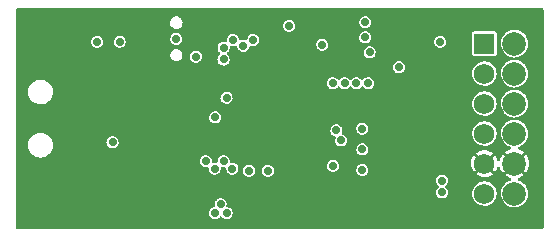
<source format=gbr>
%TF.GenerationSoftware,KiCad,Pcbnew,(6.0.7)*%
%TF.CreationDate,2022-08-11T09:50:47+02:00*%
%TF.ProjectId,cowstick-rp,636f7773-7469-4636-9b2d-72702e6b6963,1*%
%TF.SameCoordinates,Original*%
%TF.FileFunction,Copper,L2,Inr*%
%TF.FilePolarity,Positive*%
%FSLAX46Y46*%
G04 Gerber Fmt 4.6, Leading zero omitted, Abs format (unit mm)*
G04 Created by KiCad (PCBNEW (6.0.7)) date 2022-08-11 09:50:47*
%MOMM*%
%LPD*%
G01*
G04 APERTURE LIST*
%TA.AperFunction,ComponentPad*%
%ADD10R,1.750000X1.750000*%
%TD*%
%TA.AperFunction,ComponentPad*%
%ADD11C,1.750000*%
%TD*%
%TA.AperFunction,ComponentPad*%
%ADD12C,2.000000*%
%TD*%
%TA.AperFunction,ViaPad*%
%ADD13C,0.711200*%
%TD*%
%TA.AperFunction,Conductor*%
%ADD14C,0.304800*%
%TD*%
%TA.AperFunction,Conductor*%
%ADD15C,0.406400*%
%TD*%
G04 APERTURE END LIST*
D10*
%TO.N,PMOD_CTS*%
%TO.C,J2*%
X165836500Y-98650000D03*
D11*
%TO.N,PMOD_TX*%
X165836500Y-101190000D03*
%TO.N,PMOD_RX*%
X165836500Y-103730000D03*
%TO.N,PMOD_RTS*%
X165836500Y-106270000D03*
%TO.N,GND*%
X165836500Y-108810000D03*
%TO.N,+PMOD*%
X165836500Y-111350000D03*
D12*
%TO.N,PMOD_IO5*%
X168376500Y-98650000D03*
%TO.N,PMOD_IO6*%
X168376500Y-101190000D03*
%TO.N,PMOD_IO7*%
X168376500Y-103730000D03*
%TO.N,PMOD_IO8*%
X168376500Y-106270000D03*
%TO.N,GND*%
X168376500Y-108810000D03*
%TO.N,+PMOD*%
X168376500Y-111350000D03*
%TD*%
D13*
%TO.N,PMOD_CTS*%
X143750000Y-99000000D03*
%TO.N,PMOD_TX*%
X145430000Y-98850000D03*
%TO.N,GND*%
X160500000Y-113900000D03*
X149300000Y-105800000D03*
X126600000Y-98000000D03*
X144500000Y-96100000D03*
X158830000Y-101770000D03*
X152150000Y-100660000D03*
X164500000Y-96100000D03*
X164100000Y-97250000D03*
X164500000Y-113900000D03*
X148500000Y-113900000D03*
X134000000Y-101700000D03*
X156500000Y-96100000D03*
X137010000Y-111500000D03*
X148500000Y-96100000D03*
X154500000Y-113900000D03*
X158500000Y-113900000D03*
X134500000Y-96100000D03*
X139900000Y-106000000D03*
X170400000Y-113900000D03*
X132500000Y-96100000D03*
X128500000Y-96100000D03*
X133750000Y-109750000D03*
X162500000Y-113900000D03*
X151100000Y-97150000D03*
X137000000Y-106100000D03*
X136500000Y-113900000D03*
X136500000Y-96100000D03*
X126600000Y-102000000D03*
X162500000Y-96100000D03*
X134500000Y-113900000D03*
X144500000Y-113900000D03*
X147700000Y-104200000D03*
X128250000Y-105000000D03*
X150500000Y-96100000D03*
X139550000Y-110000000D03*
X168500000Y-113900000D03*
X147700000Y-105800000D03*
X157100000Y-108500000D03*
X132500000Y-113900000D03*
X130500000Y-113900000D03*
X129150000Y-100250000D03*
X138500000Y-96100000D03*
X154500000Y-96100000D03*
X126600000Y-100000000D03*
X126600000Y-110000000D03*
X157100000Y-106750000D03*
X163750000Y-108170000D03*
X146150000Y-111760000D03*
X140500000Y-96100000D03*
X129150000Y-101500000D03*
X139900000Y-107500000D03*
X166500000Y-113900000D03*
X170400000Y-104000000D03*
X126600000Y-112000000D03*
X158500000Y-96100000D03*
X170400000Y-100000000D03*
X138500000Y-102250000D03*
X141500000Y-110000000D03*
X149300000Y-104200000D03*
X128500000Y-113900000D03*
X126600000Y-96100000D03*
X141000000Y-104250000D03*
X156500000Y-113900000D03*
X150500000Y-113900000D03*
X136950000Y-99100000D03*
X145000000Y-101250000D03*
X153000000Y-110600000D03*
X170400000Y-98000000D03*
X147500000Y-97150000D03*
X130500000Y-96100000D03*
X126600000Y-106000000D03*
X170400000Y-106000000D03*
X138600000Y-113900000D03*
X170400000Y-102000000D03*
X168500000Y-96100000D03*
X146500000Y-96100000D03*
X126600000Y-104000000D03*
X166500000Y-96100000D03*
X132500000Y-112000000D03*
X126600000Y-108000000D03*
X157100000Y-105000000D03*
X142550000Y-99100000D03*
X142500000Y-113900000D03*
X170400000Y-112000000D03*
X140500000Y-113900000D03*
X170400000Y-110000000D03*
X170400000Y-96100000D03*
X142500000Y-96100000D03*
X126600000Y-113900000D03*
X152500000Y-96100000D03*
X146500000Y-113900000D03*
X130600000Y-100250000D03*
X170400000Y-108000000D03*
X152500000Y-113900000D03*
%TO.N,PMOD_RX*%
X144550000Y-98350000D03*
%TO.N,PMOD_RTS*%
X143750000Y-100000000D03*
%TO.N,+3.3V*%
X153000000Y-109000000D03*
X152110000Y-98750000D03*
X143050000Y-104900000D03*
X162250000Y-111250000D03*
X146270000Y-98350000D03*
X147500000Y-109410000D03*
X144000000Y-113000000D03*
X143000000Y-113000000D03*
X155500000Y-107600000D03*
X162100000Y-98500000D03*
X143500000Y-112250000D03*
X134350000Y-107000000D03*
%TO.N,USB_D-*%
X133050000Y-98500000D03*
X153700000Y-106850000D03*
%TO.N,USB_D+*%
X134950000Y-98500000D03*
X153300000Y-106000000D03*
%TO.N,Net-(C6-Pad1)*%
X155500000Y-109350000D03*
X155500000Y-105850000D03*
X142250000Y-108600000D03*
%TO.N,Net-(TP4-Pad1)*%
X143000000Y-109250000D03*
%TO.N,Net-(TP5-Pad1)*%
X143750000Y-108600000D03*
%TO.N,RST*%
X144500000Y-109250000D03*
%TO.N,FL_D0*%
X158600000Y-100650000D03*
X156000000Y-102000000D03*
%TO.N,FL_D2*%
X155000000Y-102000000D03*
X156120000Y-99390000D03*
%TO.N,FL_D1*%
X155750000Y-98120000D03*
X154000000Y-102000000D03*
%TO.N,BUTTON*%
X139750000Y-98250000D03*
X144000000Y-103250000D03*
%TO.N,LED*%
X145900000Y-109410000D03*
X162250000Y-110250000D03*
%TO.N,UB*%
X155750000Y-96850000D03*
X153000000Y-102000000D03*
X149300000Y-97150000D03*
%TO.N,Net-(R7-Pad1)*%
X141400000Y-99750000D03*
%TD*%
D14*
%TO.N,GND*%
X137010000Y-111500000D02*
X135500000Y-111500000D01*
D15*
X139900000Y-106000000D02*
X138420000Y-106000000D01*
D14*
X151100000Y-97150000D02*
X150270000Y-97980000D01*
D15*
X163750000Y-108170000D02*
X161590000Y-108170000D01*
D14*
X160180000Y-97250000D02*
X158230000Y-99200000D01*
X149300000Y-104200000D02*
X149300000Y-102370000D01*
X157100000Y-105000000D02*
X157100000Y-106750000D01*
X138500000Y-100650000D02*
X136950000Y-99100000D01*
X151540000Y-109140000D02*
X153000000Y-110600000D01*
X139990000Y-103240000D02*
X141000000Y-104250000D01*
X147700000Y-104200000D02*
X149300000Y-104200000D01*
D15*
X130600000Y-100250000D02*
X132550000Y-100250000D01*
D14*
X139900000Y-105350000D02*
X141000000Y-104250000D01*
X151540000Y-108040000D02*
X151540000Y-109140000D01*
X164100000Y-97250000D02*
X160180000Y-97250000D01*
D15*
X158230000Y-99200000D02*
X156770000Y-100660000D01*
D14*
X147700000Y-104200000D02*
X146610000Y-104200000D01*
X139490000Y-103240000D02*
X138500000Y-102250000D01*
X146610000Y-104200000D02*
X145000000Y-102590000D01*
D15*
X161590000Y-108170000D02*
X161260000Y-108500000D01*
X132550000Y-100250000D02*
X134000000Y-101700000D01*
X137000000Y-106100000D02*
X138320000Y-106100000D01*
X146350000Y-107150000D02*
X147700000Y-105800000D01*
D14*
X147500000Y-97150000D02*
X147500000Y-102740000D01*
X139900000Y-107500000D02*
X139900000Y-106000000D01*
X147500000Y-102740000D02*
X147700000Y-102940000D01*
D15*
X141940000Y-107150000D02*
X140745000Y-108345000D01*
D14*
X145000000Y-102590000D02*
X145000000Y-101250000D01*
X149300000Y-105800000D02*
X147700000Y-105800000D01*
X157100000Y-106750000D02*
X157100000Y-108500000D01*
X139990000Y-103240000D02*
X139490000Y-103240000D01*
D15*
X141500000Y-109100000D02*
X140745000Y-108345000D01*
X161260000Y-108500000D02*
X157100000Y-108500000D01*
D14*
X149300000Y-102370000D02*
X151010000Y-100660000D01*
X148330000Y-97980000D02*
X147500000Y-97150000D01*
X138500000Y-102250000D02*
X138500000Y-100650000D01*
D15*
X142550000Y-100310000D02*
X142550000Y-99100000D01*
X143490000Y-101250000D02*
X142550000Y-100310000D01*
X156770000Y-100660000D02*
X152150000Y-100660000D01*
X141500000Y-110000000D02*
X141500000Y-109100000D01*
D14*
X164500000Y-96100000D02*
X164500000Y-96850000D01*
D15*
X128850000Y-109750000D02*
X126600000Y-112000000D01*
D14*
X142550000Y-99100000D02*
X142550000Y-98050000D01*
D15*
X138420000Y-106000000D02*
X138320000Y-106100000D01*
D14*
X149300000Y-104200000D02*
X149300000Y-105800000D01*
X142550000Y-98050000D02*
X144500000Y-96100000D01*
X149300000Y-105800000D02*
X151540000Y-108040000D01*
D15*
X140745000Y-108345000D02*
X139900000Y-107500000D01*
D14*
X151010000Y-100660000D02*
X152150000Y-100660000D01*
X164500000Y-96850000D02*
X164100000Y-97250000D01*
D15*
X133750000Y-109750000D02*
X128850000Y-109750000D01*
X158830000Y-101770000D02*
X158830000Y-103270000D01*
D14*
X147700000Y-102940000D02*
X147700000Y-104200000D01*
X135500000Y-111500000D02*
X133750000Y-109750000D01*
X150270000Y-97980000D02*
X148330000Y-97980000D01*
D15*
X146350000Y-107150000D02*
X141940000Y-107150000D01*
X145000000Y-101250000D02*
X143490000Y-101250000D01*
D14*
X139900000Y-106000000D02*
X139900000Y-105350000D01*
D15*
X158830000Y-103270000D02*
X157100000Y-105000000D01*
%TD*%
%TA.AperFunction,Conductor*%
%TO.N,GND*%
G36*
X170789221Y-95672902D02*
G01*
X170835714Y-95726558D01*
X170847100Y-95778900D01*
X170847100Y-114221100D01*
X170827098Y-114289221D01*
X170773442Y-114335714D01*
X170721100Y-114347100D01*
X126278900Y-114347100D01*
X126210779Y-114327098D01*
X126164286Y-114273442D01*
X126152900Y-114221100D01*
X126152900Y-112993724D01*
X142486309Y-112993724D01*
X142487473Y-113002626D01*
X142487473Y-113002629D01*
X142499096Y-113091514D01*
X142505195Y-113138152D01*
X142508809Y-113146365D01*
X142508810Y-113146369D01*
X142509237Y-113147339D01*
X142563859Y-113271474D01*
X142569634Y-113278344D01*
X142569635Y-113278346D01*
X142577140Y-113287274D01*
X142657583Y-113382973D01*
X142665060Y-113387950D01*
X142771361Y-113458710D01*
X142771363Y-113458711D01*
X142778834Y-113463684D01*
X142917864Y-113507121D01*
X143063498Y-113509790D01*
X143133762Y-113490634D01*
X143195363Y-113473839D01*
X143195364Y-113473839D01*
X143204026Y-113471477D01*
X143212359Y-113466361D01*
X143320502Y-113399961D01*
X143328154Y-113395263D01*
X143407391Y-113307723D01*
X143467934Y-113270643D01*
X143538913Y-113272181D01*
X143597256Y-113311205D01*
X143657583Y-113382973D01*
X143665060Y-113387950D01*
X143771361Y-113458710D01*
X143771363Y-113458711D01*
X143778834Y-113463684D01*
X143917864Y-113507121D01*
X144063498Y-113509790D01*
X144133762Y-113490634D01*
X144195363Y-113473839D01*
X144195364Y-113473839D01*
X144204026Y-113471477D01*
X144212359Y-113466361D01*
X144320502Y-113399961D01*
X144328154Y-113395263D01*
X144334774Y-113387950D01*
X144419873Y-113293934D01*
X144419874Y-113293933D01*
X144425901Y-113287274D01*
X144433214Y-113272181D01*
X144485495Y-113164272D01*
X144485495Y-113164271D01*
X144489410Y-113156191D01*
X144513576Y-113012552D01*
X144513729Y-113000000D01*
X144493080Y-112855813D01*
X144489362Y-112847635D01*
X144436508Y-112731390D01*
X144436507Y-112731388D01*
X144432792Y-112723218D01*
X144337713Y-112612873D01*
X144215485Y-112533648D01*
X144206888Y-112531077D01*
X144206886Y-112531076D01*
X144086438Y-112495055D01*
X144026904Y-112456374D01*
X143997734Y-112391646D01*
X143998286Y-112353433D01*
X144012770Y-112267344D01*
X144012770Y-112267341D01*
X144013576Y-112262552D01*
X144013729Y-112250000D01*
X144002617Y-112172407D01*
X143994354Y-112114706D01*
X143994353Y-112114703D01*
X143993080Y-112105813D01*
X143987397Y-112093314D01*
X143936508Y-111981390D01*
X143936507Y-111981388D01*
X143932792Y-111973218D01*
X143837713Y-111862873D01*
X143715485Y-111783648D01*
X143575934Y-111741914D01*
X143566958Y-111741859D01*
X143566957Y-111741859D01*
X143505644Y-111741485D01*
X143430279Y-111741024D01*
X143290229Y-111781051D01*
X143282642Y-111785838D01*
X143282640Y-111785839D01*
X143227015Y-111820936D01*
X143167042Y-111858776D01*
X143070622Y-111967951D01*
X143066808Y-111976074D01*
X143066807Y-111976076D01*
X143012533Y-112091676D01*
X143008719Y-112099800D01*
X143007339Y-112108665D01*
X143007338Y-112108667D01*
X142989679Y-112222084D01*
X142986309Y-112243724D01*
X142987473Y-112252626D01*
X142987473Y-112252629D01*
X143001386Y-112359026D01*
X142990386Y-112429165D01*
X142943211Y-112482223D01*
X142911076Y-112496512D01*
X142877792Y-112506025D01*
X142790229Y-112531051D01*
X142667042Y-112608776D01*
X142570622Y-112717951D01*
X142508719Y-112849800D01*
X142486309Y-112993724D01*
X126152900Y-112993724D01*
X126152900Y-111243724D01*
X161736309Y-111243724D01*
X161737473Y-111252626D01*
X161737473Y-111252629D01*
X161745493Y-111313956D01*
X161755195Y-111388152D01*
X161758809Y-111396365D01*
X161758810Y-111396369D01*
X161766688Y-111414272D01*
X161813859Y-111521474D01*
X161819634Y-111528344D01*
X161819635Y-111528346D01*
X161901521Y-111625761D01*
X161907583Y-111632973D01*
X161915060Y-111637950D01*
X162021361Y-111708710D01*
X162021363Y-111708711D01*
X162028834Y-111713684D01*
X162167864Y-111757121D01*
X162313498Y-111759790D01*
X162421936Y-111730226D01*
X162445363Y-111723839D01*
X162445364Y-111723839D01*
X162454026Y-111721477D01*
X162462359Y-111716361D01*
X162570502Y-111649961D01*
X162578154Y-111645263D01*
X162584774Y-111637950D01*
X162669873Y-111543934D01*
X162669874Y-111543933D01*
X162675901Y-111537274D01*
X162681675Y-111525358D01*
X162735495Y-111414272D01*
X162735495Y-111414271D01*
X162739410Y-111406191D01*
X162751290Y-111335579D01*
X164803727Y-111335579D01*
X164820595Y-111536454D01*
X164822294Y-111542378D01*
X164874327Y-111723839D01*
X164876158Y-111730226D01*
X164881736Y-111741079D01*
X164941820Y-111857989D01*
X164968301Y-111909516D01*
X164983680Y-111928919D01*
X165089684Y-112062665D01*
X165089689Y-112062670D01*
X165093513Y-112067495D01*
X165098207Y-112071489D01*
X165098207Y-112071490D01*
X165207233Y-112164278D01*
X165247025Y-112198144D01*
X165252403Y-112201150D01*
X165252405Y-112201151D01*
X165328581Y-112243724D01*
X165422990Y-112296487D01*
X165614705Y-112358779D01*
X165814869Y-112382647D01*
X165821004Y-112382175D01*
X165821006Y-112382175D01*
X165881978Y-112377483D01*
X166015857Y-112367182D01*
X166210013Y-112312973D01*
X166234682Y-112300512D01*
X166347102Y-112243724D01*
X166389942Y-112222084D01*
X166453526Y-112172407D01*
X166543934Y-112101772D01*
X166548790Y-112097978D01*
X166680508Y-111945382D01*
X166683551Y-111940025D01*
X166683554Y-111940021D01*
X166769612Y-111788529D01*
X166780077Y-111770108D01*
X166783510Y-111759790D01*
X166811790Y-111674776D01*
X166843706Y-111578832D01*
X166868971Y-111378840D01*
X166869374Y-111350000D01*
X166866402Y-111319691D01*
X167219058Y-111319691D01*
X167232916Y-111531126D01*
X167285073Y-111736495D01*
X167373782Y-111928919D01*
X167496072Y-112101956D01*
X167500206Y-112105983D01*
X167641601Y-112243724D01*
X167647848Y-112249810D01*
X167652644Y-112253015D01*
X167652647Y-112253017D01*
X167723729Y-112300512D01*
X167824027Y-112367529D01*
X167829335Y-112369810D01*
X167829336Y-112369810D01*
X168013405Y-112448892D01*
X168013408Y-112448893D01*
X168018708Y-112451170D01*
X168024338Y-112452444D01*
X168219088Y-112496512D01*
X168225372Y-112497934D01*
X168231141Y-112498161D01*
X168231144Y-112498161D01*
X168311272Y-112501309D01*
X168437097Y-112506252D01*
X168537048Y-112491760D01*
X168641078Y-112476677D01*
X168641083Y-112476676D01*
X168646792Y-112475848D01*
X168652256Y-112473993D01*
X168652261Y-112473992D01*
X168841964Y-112409597D01*
X168841969Y-112409595D01*
X168847436Y-112407739D01*
X168882411Y-112388152D01*
X169027269Y-112307027D01*
X169027273Y-112307024D01*
X169032307Y-112304205D01*
X169036744Y-112300514D01*
X169036748Y-112300512D01*
X169190778Y-112172407D01*
X169195216Y-112168716D01*
X169247390Y-112105983D01*
X169327012Y-112010248D01*
X169327014Y-112010244D01*
X169330705Y-112005807D01*
X169333524Y-112000773D01*
X169333527Y-112000769D01*
X169431416Y-111825977D01*
X169431417Y-111825976D01*
X169434239Y-111820936D01*
X169436095Y-111815469D01*
X169436097Y-111815464D01*
X169500492Y-111625761D01*
X169500493Y-111625756D01*
X169502348Y-111620292D01*
X169503176Y-111614583D01*
X169503177Y-111614578D01*
X169532219Y-111414271D01*
X169532752Y-111410597D01*
X169534339Y-111350000D01*
X169514951Y-111139001D01*
X169512239Y-111129383D01*
X169466710Y-110967951D01*
X169457436Y-110935068D01*
X169363720Y-110745031D01*
X169346132Y-110721477D01*
X169240395Y-110579878D01*
X169240394Y-110579877D01*
X169236942Y-110575254D01*
X169217777Y-110557538D01*
X169085589Y-110435345D01*
X169085587Y-110435343D01*
X169081348Y-110431425D01*
X169052604Y-110413289D01*
X168907028Y-110321437D01*
X168902148Y-110318358D01*
X168896788Y-110316220D01*
X168896785Y-110316218D01*
X168728206Y-110248962D01*
X168672346Y-110205141D01*
X168649046Y-110138077D01*
X168665702Y-110069062D01*
X168717026Y-110020007D01*
X168742285Y-110010225D01*
X168801722Y-109994299D01*
X168812014Y-109990553D01*
X169000914Y-109902467D01*
X169010400Y-109896989D01*
X169156413Y-109794751D01*
X169164788Y-109784273D01*
X169157720Y-109770825D01*
X168389312Y-109002417D01*
X168375368Y-108994803D01*
X168373535Y-108994934D01*
X168366920Y-108999185D01*
X167594558Y-109771547D01*
X167588128Y-109783321D01*
X167597425Y-109795337D01*
X167742600Y-109896989D01*
X167752086Y-109902467D01*
X167940986Y-109990553D01*
X167951278Y-109994299D01*
X168013545Y-110010983D01*
X168074168Y-110047935D01*
X168105189Y-110111795D01*
X168096761Y-110182290D01*
X168051558Y-110237037D01*
X168024546Y-110250901D01*
X167878037Y-110304952D01*
X167873076Y-110307904D01*
X167873075Y-110307904D01*
X167707870Y-110406191D01*
X167695939Y-110413289D01*
X167536633Y-110552996D01*
X167405455Y-110719396D01*
X167306796Y-110906914D01*
X167243963Y-111109272D01*
X167219058Y-111319691D01*
X166866402Y-111319691D01*
X166849703Y-111149380D01*
X166791440Y-110956402D01*
X166725913Y-110833164D01*
X166699697Y-110783858D01*
X166699695Y-110783855D01*
X166696803Y-110778416D01*
X166692913Y-110773646D01*
X166692910Y-110773642D01*
X166629010Y-110695294D01*
X166569397Y-110622202D01*
X166414076Y-110493709D01*
X166236755Y-110397832D01*
X166044188Y-110338222D01*
X166038067Y-110337579D01*
X166038064Y-110337578D01*
X165849839Y-110317795D01*
X165849838Y-110317795D01*
X165843711Y-110317151D01*
X165759984Y-110324771D01*
X165649098Y-110334862D01*
X165649095Y-110334863D01*
X165642959Y-110335421D01*
X165637053Y-110337159D01*
X165637049Y-110337160D01*
X165495981Y-110378679D01*
X165449579Y-110392336D01*
X165270936Y-110485728D01*
X165113836Y-110612040D01*
X164984262Y-110766460D01*
X164981298Y-110771852D01*
X164981295Y-110771856D01*
X164929812Y-110865504D01*
X164887149Y-110943108D01*
X164885288Y-110948975D01*
X164885287Y-110948977D01*
X164834439Y-111109272D01*
X164826197Y-111135253D01*
X164803727Y-111335579D01*
X162751290Y-111335579D01*
X162763576Y-111262552D01*
X162763729Y-111250000D01*
X162750198Y-111155513D01*
X162744354Y-111114706D01*
X162744353Y-111114703D01*
X162743080Y-111105813D01*
X162739362Y-111097635D01*
X162686508Y-110981390D01*
X162686507Y-110981388D01*
X162682792Y-110973218D01*
X162587713Y-110862873D01*
X162577836Y-110856471D01*
X162576030Y-110854371D01*
X162573416Y-110852090D01*
X162573745Y-110851713D01*
X162531553Y-110802635D01*
X162521722Y-110732322D01*
X162551466Y-110667857D01*
X162565885Y-110653794D01*
X162570500Y-110649963D01*
X162578154Y-110645263D01*
X162675901Y-110537274D01*
X162695107Y-110497634D01*
X162735495Y-110414272D01*
X162735495Y-110414271D01*
X162739410Y-110406191D01*
X162763576Y-110262552D01*
X162763729Y-110250000D01*
X162743080Y-110105813D01*
X162739362Y-110097635D01*
X162686508Y-109981390D01*
X162686507Y-109981388D01*
X162682792Y-109973218D01*
X162587713Y-109862873D01*
X162465485Y-109783648D01*
X162325934Y-109741914D01*
X162316958Y-109741859D01*
X162316957Y-109741859D01*
X162255644Y-109741485D01*
X162180279Y-109741024D01*
X162040229Y-109781051D01*
X162032642Y-109785838D01*
X162032640Y-109785839D01*
X161994409Y-109809961D01*
X161917042Y-109858776D01*
X161820622Y-109967951D01*
X161816808Y-109976074D01*
X161816807Y-109976076D01*
X161773150Y-110069062D01*
X161758719Y-110099800D01*
X161757339Y-110108665D01*
X161757338Y-110108667D01*
X161738195Y-110231613D01*
X161736309Y-110243724D01*
X161737473Y-110252626D01*
X161737473Y-110252629D01*
X161745984Y-110317710D01*
X161755195Y-110388152D01*
X161758809Y-110396365D01*
X161758810Y-110396369D01*
X161796874Y-110482874D01*
X161813859Y-110521474D01*
X161819634Y-110528344D01*
X161819635Y-110528346D01*
X161859065Y-110575254D01*
X161907583Y-110632973D01*
X161924514Y-110644243D01*
X161970136Y-110698639D01*
X161979108Y-110769067D01*
X161948579Y-110833164D01*
X161931202Y-110847854D01*
X161931470Y-110848168D01*
X161924634Y-110853986D01*
X161917042Y-110858776D01*
X161820622Y-110967951D01*
X161758719Y-111099800D01*
X161757339Y-111108665D01*
X161757338Y-111108667D01*
X161751719Y-111144758D01*
X161736309Y-111243724D01*
X126152900Y-111243724D01*
X126152900Y-108593724D01*
X141736309Y-108593724D01*
X141737473Y-108602626D01*
X141737473Y-108602629D01*
X141746970Y-108675251D01*
X141755195Y-108738152D01*
X141758809Y-108746365D01*
X141758810Y-108746369D01*
X141781172Y-108797188D01*
X141813859Y-108871474D01*
X141907583Y-108982973D01*
X141915060Y-108987950D01*
X142021361Y-109058710D01*
X142021363Y-109058711D01*
X142028834Y-109063684D01*
X142037401Y-109066361D01*
X142037402Y-109066361D01*
X142053777Y-109071477D01*
X142167864Y-109107121D01*
X142313498Y-109109790D01*
X142328632Y-109105664D01*
X142399615Y-109107044D01*
X142458584Y-109146581D01*
X142486816Y-109211723D01*
X142487765Y-109228766D01*
X142487691Y-109234850D01*
X142486309Y-109243724D01*
X142505195Y-109388152D01*
X142508809Y-109396365D01*
X142508810Y-109396369D01*
X142522440Y-109427344D01*
X142563859Y-109521474D01*
X142569634Y-109528344D01*
X142569635Y-109528346D01*
X142622486Y-109591220D01*
X142657583Y-109632973D01*
X142665060Y-109637950D01*
X142771361Y-109708710D01*
X142771363Y-109708711D01*
X142778834Y-109713684D01*
X142917864Y-109757121D01*
X143063498Y-109759790D01*
X143161860Y-109732973D01*
X143195363Y-109723839D01*
X143195364Y-109723839D01*
X143204026Y-109721477D01*
X143212359Y-109716361D01*
X143320502Y-109649961D01*
X143328154Y-109645263D01*
X143334774Y-109637950D01*
X143419873Y-109543934D01*
X143419874Y-109543933D01*
X143425901Y-109537274D01*
X143437046Y-109514272D01*
X143485495Y-109414272D01*
X143485495Y-109414271D01*
X143489410Y-109406191D01*
X143513576Y-109262552D01*
X143513729Y-109250000D01*
X143513039Y-109245183D01*
X143512723Y-109240331D01*
X143514125Y-109240240D01*
X143523377Y-109176206D01*
X143569908Y-109122583D01*
X143638043Y-109102629D01*
X143658102Y-109104250D01*
X143659292Y-109104443D01*
X143667864Y-109107121D01*
X143676838Y-109107285D01*
X143676841Y-109107286D01*
X143740681Y-109108455D01*
X143813498Y-109109790D01*
X143828632Y-109105664D01*
X143899615Y-109107044D01*
X143958584Y-109146581D01*
X143986816Y-109211723D01*
X143987765Y-109228766D01*
X143987691Y-109234850D01*
X143986309Y-109243724D01*
X144005195Y-109388152D01*
X144008809Y-109396365D01*
X144008810Y-109396369D01*
X144022440Y-109427344D01*
X144063859Y-109521474D01*
X144069634Y-109528344D01*
X144069635Y-109528346D01*
X144122486Y-109591220D01*
X144157583Y-109632973D01*
X144165060Y-109637950D01*
X144271361Y-109708710D01*
X144271363Y-109708711D01*
X144278834Y-109713684D01*
X144417864Y-109757121D01*
X144563498Y-109759790D01*
X144661860Y-109732973D01*
X144695363Y-109723839D01*
X144695364Y-109723839D01*
X144704026Y-109721477D01*
X144712359Y-109716361D01*
X144820502Y-109649961D01*
X144828154Y-109645263D01*
X144834774Y-109637950D01*
X144919873Y-109543934D01*
X144919874Y-109543933D01*
X144925901Y-109537274D01*
X144937046Y-109514272D01*
X144985495Y-109414272D01*
X144985495Y-109414271D01*
X144989410Y-109406191D01*
X144989825Y-109403724D01*
X145386309Y-109403724D01*
X145387473Y-109412626D01*
X145387473Y-109412629D01*
X145399013Y-109500878D01*
X145405195Y-109548152D01*
X145408809Y-109556365D01*
X145408810Y-109556369D01*
X145433843Y-109613258D01*
X145463859Y-109681474D01*
X145469634Y-109688344D01*
X145469635Y-109688346D01*
X145550270Y-109784273D01*
X145557583Y-109792973D01*
X145576046Y-109805263D01*
X145671361Y-109868710D01*
X145671363Y-109868711D01*
X145678834Y-109873684D01*
X145817864Y-109917121D01*
X145963498Y-109919790D01*
X146074166Y-109889618D01*
X146095363Y-109883839D01*
X146095364Y-109883839D01*
X146104026Y-109881477D01*
X146112359Y-109876361D01*
X146166712Y-109842988D01*
X146228154Y-109805263D01*
X146234774Y-109797950D01*
X146319873Y-109703934D01*
X146319874Y-109703933D01*
X146325901Y-109697274D01*
X146333474Y-109681645D01*
X146385495Y-109574272D01*
X146385495Y-109574271D01*
X146389410Y-109566191D01*
X146409434Y-109447173D01*
X146412770Y-109427344D01*
X146412770Y-109427341D01*
X146413576Y-109422552D01*
X146413729Y-109410000D01*
X146412830Y-109403724D01*
X146986309Y-109403724D01*
X146987473Y-109412626D01*
X146987473Y-109412629D01*
X146999013Y-109500878D01*
X147005195Y-109548152D01*
X147008809Y-109556365D01*
X147008810Y-109556369D01*
X147033843Y-109613258D01*
X147063859Y-109681474D01*
X147069634Y-109688344D01*
X147069635Y-109688346D01*
X147150270Y-109784273D01*
X147157583Y-109792973D01*
X147176046Y-109805263D01*
X147271361Y-109868710D01*
X147271363Y-109868711D01*
X147278834Y-109873684D01*
X147417864Y-109917121D01*
X147563498Y-109919790D01*
X147674166Y-109889618D01*
X147695363Y-109883839D01*
X147695364Y-109883839D01*
X147704026Y-109881477D01*
X147712359Y-109876361D01*
X147766712Y-109842988D01*
X147828154Y-109805263D01*
X147834774Y-109797950D01*
X147919873Y-109703934D01*
X147919874Y-109703933D01*
X147925901Y-109697274D01*
X147933474Y-109681645D01*
X147985495Y-109574272D01*
X147985495Y-109574271D01*
X147989410Y-109566191D01*
X148009434Y-109447173D01*
X148012770Y-109427344D01*
X148012770Y-109427341D01*
X148013576Y-109422552D01*
X148013729Y-109410000D01*
X148005513Y-109352629D01*
X147994354Y-109274706D01*
X147994353Y-109274703D01*
X147993080Y-109265813D01*
X147987086Y-109252630D01*
X147936508Y-109141390D01*
X147936507Y-109141388D01*
X147932792Y-109133218D01*
X147837713Y-109022873D01*
X147792742Y-108993724D01*
X152486309Y-108993724D01*
X152487473Y-109002626D01*
X152487473Y-109002629D01*
X152491010Y-109029675D01*
X152505195Y-109138152D01*
X152508809Y-109146365D01*
X152508810Y-109146369D01*
X152538880Y-109214706D01*
X152563859Y-109271474D01*
X152569634Y-109278344D01*
X152569635Y-109278346D01*
X152648084Y-109371673D01*
X152657583Y-109382973D01*
X152665060Y-109387950D01*
X152771361Y-109458710D01*
X152771363Y-109458711D01*
X152778834Y-109463684D01*
X152917864Y-109507121D01*
X153063498Y-109509790D01*
X153142864Y-109488152D01*
X153195363Y-109473839D01*
X153195364Y-109473839D01*
X153204026Y-109471477D01*
X153212359Y-109466361D01*
X153304152Y-109410000D01*
X153328154Y-109395263D01*
X153334774Y-109387950D01*
X153374805Y-109343724D01*
X154986309Y-109343724D01*
X154987473Y-109352626D01*
X154987473Y-109352629D01*
X154995319Y-109412629D01*
X155005195Y-109488152D01*
X155008809Y-109496365D01*
X155008810Y-109496369D01*
X155043089Y-109574272D01*
X155063859Y-109621474D01*
X155069634Y-109628344D01*
X155069635Y-109628346D01*
X155149905Y-109723839D01*
X155157583Y-109732973D01*
X155165060Y-109737950D01*
X155271361Y-109808710D01*
X155271363Y-109808711D01*
X155278834Y-109813684D01*
X155417864Y-109857121D01*
X155563498Y-109859790D01*
X155633762Y-109840633D01*
X155695363Y-109823839D01*
X155695364Y-109823839D01*
X155704026Y-109821477D01*
X155712359Y-109816361D01*
X155820502Y-109749961D01*
X155828154Y-109745263D01*
X155834774Y-109737950D01*
X155874106Y-109694497D01*
X165136759Y-109694497D01*
X165146639Y-109706984D01*
X165290679Y-109803227D01*
X165300784Y-109808714D01*
X165480818Y-109886063D01*
X165491761Y-109889618D01*
X165682868Y-109932862D01*
X165694278Y-109934364D01*
X165890072Y-109942056D01*
X165901554Y-109941454D01*
X166095475Y-109913338D01*
X166106658Y-109910653D01*
X166292201Y-109847670D01*
X166302716Y-109842988D01*
X166473673Y-109747247D01*
X166483148Y-109740736D01*
X166526261Y-109704880D01*
X166534714Y-109692294D01*
X166528540Y-109681645D01*
X165849312Y-109002417D01*
X165835368Y-108994803D01*
X165833535Y-108994934D01*
X165826920Y-108999185D01*
X165142955Y-109683150D01*
X165136759Y-109694497D01*
X155874106Y-109694497D01*
X155919873Y-109643934D01*
X155919874Y-109643933D01*
X155925901Y-109637274D01*
X155931317Y-109626097D01*
X155985495Y-109514272D01*
X155985495Y-109514271D01*
X155989410Y-109506191D01*
X156011297Y-109376097D01*
X156012770Y-109367344D01*
X156012770Y-109367341D01*
X156013576Y-109362552D01*
X156013729Y-109350000D01*
X156003588Y-109279190D01*
X155994354Y-109214706D01*
X155994353Y-109214703D01*
X155993080Y-109205813D01*
X155987586Y-109193730D01*
X155936508Y-109081390D01*
X155936507Y-109081388D01*
X155932792Y-109073218D01*
X155837713Y-108962873D01*
X155715485Y-108883648D01*
X155575934Y-108841914D01*
X155566958Y-108841859D01*
X155566957Y-108841859D01*
X155505644Y-108841485D01*
X155430279Y-108841024D01*
X155290229Y-108881051D01*
X155282642Y-108885838D01*
X155282640Y-108885839D01*
X155253085Y-108904487D01*
X155167042Y-108958776D01*
X155070622Y-109067951D01*
X155066808Y-109076074D01*
X155066807Y-109076076D01*
X155012533Y-109191676D01*
X155008719Y-109199800D01*
X155007339Y-109208665D01*
X155007338Y-109208667D01*
X154994062Y-109293934D01*
X154986309Y-109343724D01*
X153374805Y-109343724D01*
X153419873Y-109293934D01*
X153419874Y-109293933D01*
X153425901Y-109287274D01*
X153441606Y-109254860D01*
X153485495Y-109164272D01*
X153485495Y-109164271D01*
X153489410Y-109156191D01*
X153504523Y-109066361D01*
X153512770Y-109017344D01*
X153512770Y-109017341D01*
X153513576Y-109012552D01*
X153513729Y-109000000D01*
X153499682Y-108901914D01*
X153494354Y-108864706D01*
X153494353Y-108864703D01*
X153493080Y-108855813D01*
X153489362Y-108847635D01*
X153461377Y-108786086D01*
X164703430Y-108786086D01*
X164716244Y-108981602D01*
X164718045Y-108992974D01*
X164766276Y-109182883D01*
X164770117Y-109193730D01*
X164852150Y-109371673D01*
X164857901Y-109381634D01*
X164941591Y-109500054D01*
X164952181Y-109508442D01*
X164965481Y-109501414D01*
X165644083Y-108822812D01*
X165650461Y-108811132D01*
X166021303Y-108811132D01*
X166021434Y-108812965D01*
X166025685Y-108819580D01*
X166706983Y-109500878D01*
X166720292Y-109508145D01*
X166730327Y-109501026D01*
X166767236Y-109456648D01*
X166773747Y-109447173D01*
X166869488Y-109276216D01*
X166874170Y-109265701D01*
X166922954Y-109121986D01*
X166963791Y-109063910D01*
X167029544Y-109037131D01*
X167099336Y-109050152D01*
X167151009Y-109098839D01*
X167163974Y-109129876D01*
X167192201Y-109235222D01*
X167195947Y-109245514D01*
X167284033Y-109434414D01*
X167289511Y-109443900D01*
X167391749Y-109589913D01*
X167402227Y-109598288D01*
X167415675Y-109591220D01*
X168184083Y-108822812D01*
X168190461Y-108811132D01*
X168561303Y-108811132D01*
X168561434Y-108812965D01*
X168565685Y-108819580D01*
X169338047Y-109591942D01*
X169349821Y-109598372D01*
X169361837Y-109589075D01*
X169463489Y-109443900D01*
X169468967Y-109434414D01*
X169557053Y-109245514D01*
X169560799Y-109235222D01*
X169614742Y-109033902D01*
X169616645Y-109023107D01*
X169634811Y-108815475D01*
X169634811Y-108804525D01*
X169616645Y-108596893D01*
X169614742Y-108586098D01*
X169560799Y-108384778D01*
X169557053Y-108374486D01*
X169468967Y-108185586D01*
X169463489Y-108176100D01*
X169361251Y-108030087D01*
X169350773Y-108021712D01*
X169337325Y-108028780D01*
X168568917Y-108797188D01*
X168561303Y-108811132D01*
X168190461Y-108811132D01*
X168191697Y-108808868D01*
X168191566Y-108807035D01*
X168187315Y-108800420D01*
X167414953Y-108028058D01*
X167403179Y-108021628D01*
X167391163Y-108030925D01*
X167289511Y-108176100D01*
X167284033Y-108185586D01*
X167195947Y-108374486D01*
X167192201Y-108384778D01*
X167163419Y-108492194D01*
X167126467Y-108552817D01*
X167062606Y-108583838D01*
X166992112Y-108575410D01*
X166937365Y-108530207D01*
X166920443Y-108493784D01*
X166896597Y-108409230D01*
X166892474Y-108398489D01*
X166805810Y-108222753D01*
X166799800Y-108212945D01*
X166730850Y-108120609D01*
X166719592Y-108112160D01*
X166707173Y-108118932D01*
X166028917Y-108797188D01*
X166021303Y-108811132D01*
X165650461Y-108811132D01*
X165651697Y-108808868D01*
X165651566Y-108807035D01*
X165647315Y-108800420D01*
X164966185Y-108119290D01*
X164953344Y-108112278D01*
X164942655Y-108120073D01*
X164889162Y-108187929D01*
X164882891Y-108197586D01*
X164791663Y-108370982D01*
X164787258Y-108381616D01*
X164729153Y-108568747D01*
X164726761Y-108579998D01*
X164703731Y-108774585D01*
X164703430Y-108786086D01*
X153461377Y-108786086D01*
X153436508Y-108731390D01*
X153436507Y-108731388D01*
X153432792Y-108723218D01*
X153337713Y-108612873D01*
X153215485Y-108533648D01*
X153075934Y-108491914D01*
X153066958Y-108491859D01*
X153066957Y-108491859D01*
X153005644Y-108491485D01*
X152930279Y-108491024D01*
X152790229Y-108531051D01*
X152667042Y-108608776D01*
X152661100Y-108615504D01*
X152652655Y-108625066D01*
X152570622Y-108717951D01*
X152566808Y-108726074D01*
X152566807Y-108726076D01*
X152512533Y-108841676D01*
X152508719Y-108849800D01*
X152507339Y-108858665D01*
X152507338Y-108858667D01*
X152489054Y-108976097D01*
X152486309Y-108993724D01*
X147792742Y-108993724D01*
X147715485Y-108943648D01*
X147575934Y-108901914D01*
X147566958Y-108901859D01*
X147566957Y-108901859D01*
X147505644Y-108901485D01*
X147430279Y-108901024D01*
X147290229Y-108941051D01*
X147282642Y-108945838D01*
X147282640Y-108945839D01*
X147239247Y-108973218D01*
X147167042Y-109018776D01*
X147070622Y-109127951D01*
X147066808Y-109136074D01*
X147066807Y-109136076D01*
X147015426Y-109245514D01*
X147008719Y-109259800D01*
X147007339Y-109268665D01*
X147007338Y-109268667D01*
X146988734Y-109388152D01*
X146986309Y-109403724D01*
X146412830Y-109403724D01*
X146405513Y-109352629D01*
X146394354Y-109274706D01*
X146394353Y-109274703D01*
X146393080Y-109265813D01*
X146387086Y-109252630D01*
X146336508Y-109141390D01*
X146336507Y-109141388D01*
X146332792Y-109133218D01*
X146237713Y-109022873D01*
X146115485Y-108943648D01*
X145975934Y-108901914D01*
X145966958Y-108901859D01*
X145966957Y-108901859D01*
X145905644Y-108901485D01*
X145830279Y-108901024D01*
X145690229Y-108941051D01*
X145682642Y-108945838D01*
X145682640Y-108945839D01*
X145639247Y-108973218D01*
X145567042Y-109018776D01*
X145470622Y-109127951D01*
X145466808Y-109136074D01*
X145466807Y-109136076D01*
X145415426Y-109245514D01*
X145408719Y-109259800D01*
X145407339Y-109268665D01*
X145407338Y-109268667D01*
X145388734Y-109388152D01*
X145386309Y-109403724D01*
X144989825Y-109403724D01*
X145013576Y-109262552D01*
X145013729Y-109250000D01*
X145005671Y-109193730D01*
X144994354Y-109114706D01*
X144994353Y-109114703D01*
X144993080Y-109105813D01*
X144989362Y-109097635D01*
X144936508Y-108981390D01*
X144936507Y-108981388D01*
X144932792Y-108973218D01*
X144837713Y-108862873D01*
X144715485Y-108783648D01*
X144575934Y-108741914D01*
X144566958Y-108741859D01*
X144566957Y-108741859D01*
X144505644Y-108741485D01*
X144430279Y-108741024D01*
X144421647Y-108743491D01*
X144412756Y-108744709D01*
X144412506Y-108742882D01*
X144352508Y-108742451D01*
X144293059Y-108703639D01*
X144264031Y-108638848D01*
X144263442Y-108613346D01*
X144263576Y-108612552D01*
X144263729Y-108600000D01*
X144253502Y-108528585D01*
X144244354Y-108464706D01*
X144244353Y-108464703D01*
X144243080Y-108455813D01*
X144239362Y-108447635D01*
X144186508Y-108331390D01*
X144186507Y-108331388D01*
X144182792Y-108323218D01*
X144087713Y-108212873D01*
X143965485Y-108133648D01*
X143825934Y-108091914D01*
X143816958Y-108091859D01*
X143816957Y-108091859D01*
X143755644Y-108091485D01*
X143680279Y-108091024D01*
X143540229Y-108131051D01*
X143417042Y-108208776D01*
X143320622Y-108317951D01*
X143316808Y-108326074D01*
X143316807Y-108326076D01*
X143262533Y-108441676D01*
X143258719Y-108449800D01*
X143257339Y-108458665D01*
X143257338Y-108458667D01*
X143239161Y-108575410D01*
X143236309Y-108593724D01*
X143237473Y-108602626D01*
X143237473Y-108602629D01*
X143237798Y-108605112D01*
X143237413Y-108607564D01*
X143237364Y-108611599D01*
X143236781Y-108611592D01*
X143226794Y-108675251D01*
X143179618Y-108728306D01*
X143111246Y-108747434D01*
X143093572Y-108744729D01*
X143093410Y-108745813D01*
X143084536Y-108744487D01*
X143075934Y-108741914D01*
X143066958Y-108741859D01*
X143066957Y-108741859D01*
X143005644Y-108741485D01*
X142930279Y-108741024D01*
X142921647Y-108743491D01*
X142912756Y-108744709D01*
X142912506Y-108742882D01*
X142852508Y-108742451D01*
X142793059Y-108703639D01*
X142764031Y-108638848D01*
X142763442Y-108613346D01*
X142763576Y-108612552D01*
X142763729Y-108600000D01*
X142753502Y-108528585D01*
X142744354Y-108464706D01*
X142744353Y-108464703D01*
X142743080Y-108455813D01*
X142739362Y-108447635D01*
X142686508Y-108331390D01*
X142686507Y-108331388D01*
X142682792Y-108323218D01*
X142587713Y-108212873D01*
X142465485Y-108133648D01*
X142325934Y-108091914D01*
X142316958Y-108091859D01*
X142316957Y-108091859D01*
X142255644Y-108091485D01*
X142180279Y-108091024D01*
X142040229Y-108131051D01*
X141917042Y-108208776D01*
X141820622Y-108317951D01*
X141816808Y-108326074D01*
X141816807Y-108326076D01*
X141762533Y-108441676D01*
X141758719Y-108449800D01*
X141757339Y-108458665D01*
X141757338Y-108458667D01*
X141739161Y-108575410D01*
X141736309Y-108593724D01*
X126152900Y-108593724D01*
X126152900Y-107242614D01*
X127192031Y-107242614D01*
X127198887Y-107317951D01*
X127206351Y-107399961D01*
X127210745Y-107448248D01*
X127212483Y-107454154D01*
X127212484Y-107454158D01*
X127258529Y-107610606D01*
X127269044Y-107646332D01*
X127364708Y-107829319D01*
X127494091Y-107990240D01*
X127652268Y-108122966D01*
X127657663Y-108125932D01*
X127657669Y-108125936D01*
X127770434Y-108187929D01*
X127833211Y-108222441D01*
X128030030Y-108284875D01*
X128036147Y-108285561D01*
X128036151Y-108285562D01*
X128111982Y-108294068D01*
X128190724Y-108302900D01*
X128301964Y-108302900D01*
X128455499Y-108287846D01*
X128653171Y-108228165D01*
X128751091Y-108176100D01*
X128830043Y-108134121D01*
X128830046Y-108134119D01*
X128835485Y-108131227D01*
X128840255Y-108127337D01*
X128840259Y-108127334D01*
X128990724Y-108004617D01*
X128990727Y-108004614D01*
X128995499Y-108000722D01*
X129000896Y-107994199D01*
X129120870Y-107849175D01*
X129127118Y-107841623D01*
X129225327Y-107659990D01*
X129245840Y-107593724D01*
X154986309Y-107593724D01*
X154987473Y-107602626D01*
X154987473Y-107602629D01*
X154990490Y-107625700D01*
X155005195Y-107738152D01*
X155008809Y-107746365D01*
X155008810Y-107746369D01*
X155009237Y-107747339D01*
X155063859Y-107871474D01*
X155069634Y-107878344D01*
X155069635Y-107878346D01*
X155151803Y-107976097D01*
X155157583Y-107982973D01*
X155165060Y-107987950D01*
X155271361Y-108058710D01*
X155271363Y-108058711D01*
X155278834Y-108063684D01*
X155417864Y-108107121D01*
X155563498Y-108109790D01*
X155633762Y-108090634D01*
X155695363Y-108073839D01*
X155695364Y-108073839D01*
X155704026Y-108071477D01*
X155712359Y-108066361D01*
X155773566Y-108028780D01*
X155828154Y-107995263D01*
X155834774Y-107987950D01*
X155889687Y-107927283D01*
X165137319Y-107927283D01*
X165143153Y-107937048D01*
X165823688Y-108617583D01*
X165837632Y-108625197D01*
X165839465Y-108625066D01*
X165846080Y-108620815D01*
X166529353Y-107937542D01*
X166536967Y-107923598D01*
X166536930Y-107923081D01*
X166531300Y-107914686D01*
X166530981Y-107914391D01*
X166521848Y-107907383D01*
X166356131Y-107802823D01*
X166345888Y-107797604D01*
X166163896Y-107724997D01*
X166152859Y-107721728D01*
X165960684Y-107683501D01*
X165949239Y-107682298D01*
X165753322Y-107679734D01*
X165741842Y-107680637D01*
X165548731Y-107713820D01*
X165537623Y-107716797D01*
X165353790Y-107784616D01*
X165343408Y-107789568D01*
X165175015Y-107889751D01*
X165165703Y-107896517D01*
X165145715Y-107914046D01*
X165137319Y-107927283D01*
X155889687Y-107927283D01*
X155919873Y-107893934D01*
X155919874Y-107893933D01*
X155925901Y-107887274D01*
X155950876Y-107835727D01*
X155985495Y-107764272D01*
X155985495Y-107764271D01*
X155989410Y-107756191D01*
X156007893Y-107646332D01*
X156012770Y-107617344D01*
X156012770Y-107617341D01*
X156013576Y-107612552D01*
X156013729Y-107600000D01*
X156000810Y-107509790D01*
X155994354Y-107464706D01*
X155994353Y-107464703D01*
X155993080Y-107455813D01*
X155986849Y-107442109D01*
X155936508Y-107331390D01*
X155936507Y-107331388D01*
X155932792Y-107323218D01*
X155837713Y-107212873D01*
X155715485Y-107133648D01*
X155575934Y-107091914D01*
X155566958Y-107091859D01*
X155566957Y-107091859D01*
X155505644Y-107091485D01*
X155430279Y-107091024D01*
X155290229Y-107131051D01*
X155282642Y-107135838D01*
X155282640Y-107135839D01*
X155223717Y-107173017D01*
X155167042Y-107208776D01*
X155070622Y-107317951D01*
X155066808Y-107326074D01*
X155066807Y-107326076D01*
X155034324Y-107395263D01*
X155008719Y-107449800D01*
X155007339Y-107458665D01*
X155007338Y-107458667D01*
X154989745Y-107571658D01*
X154986309Y-107593724D01*
X129245840Y-107593724D01*
X129286386Y-107462739D01*
X129287909Y-107448248D01*
X129307325Y-107263515D01*
X129307325Y-107263513D01*
X129307969Y-107257386D01*
X129297038Y-107137274D01*
X129289814Y-107057891D01*
X129289813Y-107057888D01*
X129289255Y-107051752D01*
X129280432Y-107021772D01*
X129272177Y-106993724D01*
X133836309Y-106993724D01*
X133837473Y-107002626D01*
X133837473Y-107002629D01*
X133842002Y-107037261D01*
X133855195Y-107138152D01*
X133858809Y-107146365D01*
X133858810Y-107146369D01*
X133895697Y-107230198D01*
X133913859Y-107271474D01*
X133919634Y-107278344D01*
X133919635Y-107278346D01*
X134001803Y-107376097D01*
X134007583Y-107382973D01*
X134015060Y-107387950D01*
X134121361Y-107458710D01*
X134121363Y-107458711D01*
X134128834Y-107463684D01*
X134137401Y-107466361D01*
X134137402Y-107466361D01*
X134153777Y-107471477D01*
X134267864Y-107507121D01*
X134413498Y-107509790D01*
X134542777Y-107474544D01*
X134545363Y-107473839D01*
X134545364Y-107473839D01*
X134554026Y-107471477D01*
X134562359Y-107466361D01*
X134670502Y-107399961D01*
X134678154Y-107395263D01*
X134684774Y-107387950D01*
X134769873Y-107293934D01*
X134769874Y-107293933D01*
X134775901Y-107287274D01*
X134780940Y-107276875D01*
X134835495Y-107164272D01*
X134835495Y-107164271D01*
X134839410Y-107156191D01*
X134860409Y-107031376D01*
X134862770Y-107017344D01*
X134862770Y-107017341D01*
X134863576Y-107012552D01*
X134863729Y-107000000D01*
X134853104Y-106925807D01*
X134844354Y-106864706D01*
X134844353Y-106864703D01*
X134843080Y-106855813D01*
X134839362Y-106847635D01*
X134786508Y-106731390D01*
X134786507Y-106731388D01*
X134782792Y-106723218D01*
X134687713Y-106612873D01*
X134565485Y-106533648D01*
X134425934Y-106491914D01*
X134416958Y-106491859D01*
X134416957Y-106491859D01*
X134355644Y-106491485D01*
X134280279Y-106491024D01*
X134140229Y-106531051D01*
X134132642Y-106535838D01*
X134132640Y-106535839D01*
X134081746Y-106567951D01*
X134017042Y-106608776D01*
X133920622Y-106717951D01*
X133916808Y-106726074D01*
X133916807Y-106726076D01*
X133868242Y-106829516D01*
X133858719Y-106849800D01*
X133857339Y-106858665D01*
X133857338Y-106858667D01*
X133838563Y-106979249D01*
X133836309Y-106993724D01*
X129272177Y-106993724D01*
X129232696Y-106859580D01*
X129230956Y-106853668D01*
X129135292Y-106670681D01*
X129005909Y-106509760D01*
X128847732Y-106377034D01*
X128842337Y-106374068D01*
X128842331Y-106374064D01*
X128684460Y-106287274D01*
X128666789Y-106277559D01*
X128526235Y-106232973D01*
X128475843Y-106216988D01*
X128469970Y-106215125D01*
X128463853Y-106214439D01*
X128463849Y-106214438D01*
X128388018Y-106205932D01*
X128309276Y-106197100D01*
X128198036Y-106197100D01*
X128044501Y-106212154D01*
X127846829Y-106271835D01*
X127763088Y-106316361D01*
X127669957Y-106365879D01*
X127669954Y-106365881D01*
X127664515Y-106368773D01*
X127659745Y-106372663D01*
X127659741Y-106372666D01*
X127509276Y-106495383D01*
X127509273Y-106495386D01*
X127504501Y-106499278D01*
X127500573Y-106504026D01*
X127500572Y-106504027D01*
X127470571Y-106540292D01*
X127372882Y-106658377D01*
X127274673Y-106840010D01*
X127213614Y-107037261D01*
X127212970Y-107043386D01*
X127212970Y-107043387D01*
X127202045Y-107147339D01*
X127192031Y-107242614D01*
X126152900Y-107242614D01*
X126152900Y-105993724D01*
X152786309Y-105993724D01*
X152787473Y-106002626D01*
X152787473Y-106002629D01*
X152793587Y-106049383D01*
X152805195Y-106138152D01*
X152808809Y-106146365D01*
X152808810Y-106146369D01*
X152831306Y-106197493D01*
X152863859Y-106271474D01*
X152869634Y-106278344D01*
X152869635Y-106278346D01*
X152933602Y-106354444D01*
X152957583Y-106382973D01*
X152965060Y-106387950D01*
X153071361Y-106458710D01*
X153071363Y-106458711D01*
X153078834Y-106463684D01*
X153150916Y-106486204D01*
X153209972Y-106525610D01*
X153238349Y-106590689D01*
X153227396Y-106660019D01*
X153208719Y-106699800D01*
X153207339Y-106708665D01*
X153207338Y-106708667D01*
X153187731Y-106834592D01*
X153186309Y-106843724D01*
X153187473Y-106852626D01*
X153187473Y-106852629D01*
X153197623Y-106930248D01*
X153205195Y-106988152D01*
X153208809Y-106996365D01*
X153208810Y-106996369D01*
X153233180Y-107051752D01*
X153263859Y-107121474D01*
X153269634Y-107128344D01*
X153269635Y-107128346D01*
X153350213Y-107224205D01*
X153357583Y-107232973D01*
X153365060Y-107237950D01*
X153471361Y-107308710D01*
X153471363Y-107308711D01*
X153478834Y-107313684D01*
X153487401Y-107316361D01*
X153487402Y-107316361D01*
X153503777Y-107321477D01*
X153617864Y-107357121D01*
X153763498Y-107359790D01*
X153881058Y-107327739D01*
X153895363Y-107323839D01*
X153895364Y-107323839D01*
X153904026Y-107321477D01*
X153912266Y-107316418D01*
X153998846Y-107263258D01*
X154028154Y-107245263D01*
X154034774Y-107237950D01*
X154119873Y-107143934D01*
X154119874Y-107143933D01*
X154125901Y-107137274D01*
X154135170Y-107118144D01*
X154185495Y-107014272D01*
X154185495Y-107014271D01*
X154189410Y-107006191D01*
X154213576Y-106862552D01*
X154213729Y-106850000D01*
X154198110Y-106740936D01*
X154194354Y-106714706D01*
X154194353Y-106714703D01*
X154193080Y-106705813D01*
X154188377Y-106695469D01*
X154136508Y-106581390D01*
X154136507Y-106581388D01*
X154132792Y-106573218D01*
X154037713Y-106462873D01*
X153915485Y-106383648D01*
X153883438Y-106374064D01*
X153850953Y-106364349D01*
X153791419Y-106325668D01*
X153762249Y-106260941D01*
X153773662Y-106188696D01*
X153789410Y-106156191D01*
X153805008Y-106063478D01*
X153812770Y-106017344D01*
X153812770Y-106017341D01*
X153813576Y-106012552D01*
X153813729Y-106000000D01*
X153808056Y-105960385D01*
X153794354Y-105864706D01*
X153794353Y-105864703D01*
X153793080Y-105855813D01*
X153788247Y-105845183D01*
X153787584Y-105843724D01*
X154986309Y-105843724D01*
X154987473Y-105852626D01*
X154987473Y-105852629D01*
X154989611Y-105868977D01*
X155005195Y-105988152D01*
X155008809Y-105996365D01*
X155008810Y-105996369D01*
X155036370Y-106059001D01*
X155063859Y-106121474D01*
X155069634Y-106128344D01*
X155069635Y-106128346D01*
X155120362Y-106188693D01*
X155157583Y-106232973D01*
X155165060Y-106237950D01*
X155271361Y-106308710D01*
X155271363Y-106308711D01*
X155278834Y-106313684D01*
X155417864Y-106357121D01*
X155563498Y-106359790D01*
X155670575Y-106330597D01*
X155695363Y-106323839D01*
X155695364Y-106323839D01*
X155704026Y-106321477D01*
X155712359Y-106316361D01*
X155781833Y-106273704D01*
X155811353Y-106255579D01*
X164803727Y-106255579D01*
X164804243Y-106261723D01*
X164814843Y-106387950D01*
X164820595Y-106456454D01*
X164835674Y-106509041D01*
X164867398Y-106619675D01*
X164876158Y-106650226D01*
X164968301Y-106829516D01*
X164981284Y-106845897D01*
X165089684Y-106982665D01*
X165089689Y-106982670D01*
X165093513Y-106987495D01*
X165098207Y-106991489D01*
X165098207Y-106991490D01*
X165207233Y-107084278D01*
X165247025Y-107118144D01*
X165252403Y-107121150D01*
X165252405Y-107121151D01*
X165315102Y-107156191D01*
X165422990Y-107216487D01*
X165614705Y-107278779D01*
X165814869Y-107302647D01*
X165821004Y-107302175D01*
X165821006Y-107302175D01*
X165881978Y-107297483D01*
X166015857Y-107287182D01*
X166210013Y-107232973D01*
X166223626Y-107226097D01*
X166362015Y-107156191D01*
X166389942Y-107142084D01*
X166397936Y-107135839D01*
X166543934Y-107021772D01*
X166548790Y-107017978D01*
X166567443Y-106996369D01*
X166676480Y-106870048D01*
X166680508Y-106865382D01*
X166683551Y-106860025D01*
X166683554Y-106860021D01*
X166754311Y-106735464D01*
X166780077Y-106690108D01*
X166786540Y-106670681D01*
X166829914Y-106540292D01*
X166843706Y-106498832D01*
X166868971Y-106298840D01*
X166869257Y-106278346D01*
X166869325Y-106273523D01*
X166869325Y-106273519D01*
X166869374Y-106270000D01*
X166866402Y-106239691D01*
X167219058Y-106239691D01*
X167232916Y-106451126D01*
X167285073Y-106656495D01*
X167373782Y-106848919D01*
X167496072Y-107021956D01*
X167520592Y-107045842D01*
X167621286Y-107143934D01*
X167647848Y-107169810D01*
X167652644Y-107173015D01*
X167652647Y-107173017D01*
X167756807Y-107242614D01*
X167824027Y-107287529D01*
X167829335Y-107289810D01*
X167829336Y-107289810D01*
X167986722Y-107357428D01*
X168018708Y-107371170D01*
X168018325Y-107372061D01*
X168072552Y-107409146D01*
X168100185Y-107474544D01*
X168088074Y-107544500D01*
X168040064Y-107596803D01*
X168007615Y-107610606D01*
X167951280Y-107625700D01*
X167940986Y-107629447D01*
X167752086Y-107717533D01*
X167742600Y-107723011D01*
X167596587Y-107825249D01*
X167588212Y-107835727D01*
X167595280Y-107849175D01*
X168363688Y-108617583D01*
X168377632Y-108625197D01*
X168379465Y-108625066D01*
X168386080Y-108620815D01*
X169158442Y-107848453D01*
X169164872Y-107836679D01*
X169155575Y-107824663D01*
X169010400Y-107723011D01*
X169000914Y-107717533D01*
X168812014Y-107629447D01*
X168801722Y-107625701D01*
X168737932Y-107608609D01*
X168677309Y-107571658D01*
X168646288Y-107507797D01*
X168654716Y-107437303D01*
X168699919Y-107382555D01*
X168730042Y-107367589D01*
X168841964Y-107329597D01*
X168841969Y-107329595D01*
X168847436Y-107327739D01*
X168855509Y-107323218D01*
X169027269Y-107227027D01*
X169027273Y-107227024D01*
X169032307Y-107224205D01*
X169036744Y-107220514D01*
X169036748Y-107220512D01*
X169190778Y-107092407D01*
X169195216Y-107088716D01*
X169220853Y-107057891D01*
X169327012Y-106930248D01*
X169327014Y-106930244D01*
X169330705Y-106925807D01*
X169333524Y-106920773D01*
X169333527Y-106920769D01*
X169431416Y-106745977D01*
X169431417Y-106745976D01*
X169434239Y-106740936D01*
X169436095Y-106735469D01*
X169436097Y-106735464D01*
X169500492Y-106545761D01*
X169500493Y-106545756D01*
X169502348Y-106540292D01*
X169503176Y-106534583D01*
X169503177Y-106534578D01*
X169532219Y-106334271D01*
X169532752Y-106330597D01*
X169534339Y-106270000D01*
X169514951Y-106059001D01*
X169512239Y-106049383D01*
X169460154Y-105864706D01*
X169457436Y-105855068D01*
X169363720Y-105665031D01*
X169297295Y-105576076D01*
X169240395Y-105499878D01*
X169240394Y-105499877D01*
X169236942Y-105495254D01*
X169232706Y-105491338D01*
X169085589Y-105355345D01*
X169085587Y-105355343D01*
X169081348Y-105351425D01*
X169064951Y-105341079D01*
X168907028Y-105241437D01*
X168902148Y-105238358D01*
X168896788Y-105236220D01*
X168896785Y-105236218D01*
X168710708Y-105161981D01*
X168705344Y-105159841D01*
X168515899Y-105122158D01*
X168452990Y-105089252D01*
X168417858Y-105027557D01*
X168421658Y-104956662D01*
X168463183Y-104899076D01*
X168522401Y-104873884D01*
X168641078Y-104856677D01*
X168641083Y-104856676D01*
X168646792Y-104855848D01*
X168652256Y-104853993D01*
X168652261Y-104853992D01*
X168841964Y-104789597D01*
X168841969Y-104789595D01*
X168847436Y-104787739D01*
X168888564Y-104764706D01*
X169027269Y-104687027D01*
X169027273Y-104687024D01*
X169032307Y-104684205D01*
X169036744Y-104680514D01*
X169036748Y-104680512D01*
X169190778Y-104552407D01*
X169195216Y-104548716D01*
X169250739Y-104481956D01*
X169327012Y-104390248D01*
X169327014Y-104390244D01*
X169330705Y-104385807D01*
X169333524Y-104380773D01*
X169333527Y-104380769D01*
X169431416Y-104205977D01*
X169431417Y-104205976D01*
X169434239Y-104200936D01*
X169436095Y-104195469D01*
X169436097Y-104195464D01*
X169500492Y-104005761D01*
X169500493Y-104005756D01*
X169502348Y-104000292D01*
X169503176Y-103994583D01*
X169503177Y-103994578D01*
X169532219Y-103794271D01*
X169532752Y-103790597D01*
X169534339Y-103730000D01*
X169514951Y-103519001D01*
X169513332Y-103513258D01*
X169475537Y-103379249D01*
X169457436Y-103315068D01*
X169363720Y-103125031D01*
X169351501Y-103108667D01*
X169240395Y-102959878D01*
X169240394Y-102959877D01*
X169236942Y-102955254D01*
X169217777Y-102937538D01*
X169085589Y-102815345D01*
X169085587Y-102815343D01*
X169081348Y-102811425D01*
X169052604Y-102793289D01*
X168907028Y-102701437D01*
X168902148Y-102698358D01*
X168896788Y-102696220D01*
X168896785Y-102696218D01*
X168710708Y-102621981D01*
X168705344Y-102619841D01*
X168515899Y-102582158D01*
X168452990Y-102549252D01*
X168417858Y-102487557D01*
X168421658Y-102416662D01*
X168463183Y-102359076D01*
X168522401Y-102333884D01*
X168641078Y-102316677D01*
X168641083Y-102316676D01*
X168646792Y-102315848D01*
X168652256Y-102313993D01*
X168652261Y-102313992D01*
X168841964Y-102249597D01*
X168841969Y-102249595D01*
X168847436Y-102247739D01*
X168852477Y-102244916D01*
X169027269Y-102147027D01*
X169027273Y-102147024D01*
X169032307Y-102144205D01*
X169036744Y-102140514D01*
X169036748Y-102140512D01*
X169190778Y-102012407D01*
X169195216Y-102008716D01*
X169250739Y-101941956D01*
X169327012Y-101850248D01*
X169327014Y-101850244D01*
X169330705Y-101845807D01*
X169333524Y-101840773D01*
X169333527Y-101840769D01*
X169431416Y-101665977D01*
X169431417Y-101665976D01*
X169434239Y-101660936D01*
X169436095Y-101655469D01*
X169436097Y-101655464D01*
X169500492Y-101465761D01*
X169500493Y-101465756D01*
X169502348Y-101460292D01*
X169503176Y-101454583D01*
X169503177Y-101454578D01*
X169532219Y-101254271D01*
X169532752Y-101250597D01*
X169534339Y-101190000D01*
X169514951Y-100979001D01*
X169512239Y-100969383D01*
X169468493Y-100814272D01*
X169457436Y-100775068D01*
X169363720Y-100585031D01*
X169275418Y-100466779D01*
X169240395Y-100419878D01*
X169240394Y-100419877D01*
X169236942Y-100415254D01*
X169215316Y-100395263D01*
X169085589Y-100275345D01*
X169085587Y-100275343D01*
X169081348Y-100271425D01*
X169052604Y-100253289D01*
X168907028Y-100161437D01*
X168902148Y-100158358D01*
X168896788Y-100156220D01*
X168896785Y-100156218D01*
X168710708Y-100081981D01*
X168705344Y-100079841D01*
X168515899Y-100042158D01*
X168452990Y-100009252D01*
X168417858Y-99947557D01*
X168421658Y-99876662D01*
X168463183Y-99819076D01*
X168522401Y-99793884D01*
X168641078Y-99776677D01*
X168641083Y-99776676D01*
X168646792Y-99775848D01*
X168652256Y-99773993D01*
X168652261Y-99773992D01*
X168841964Y-99709597D01*
X168841969Y-99709595D01*
X168847436Y-99707739D01*
X168861080Y-99700098D01*
X169027269Y-99607027D01*
X169027273Y-99607024D01*
X169032307Y-99604205D01*
X169036744Y-99600514D01*
X169036748Y-99600512D01*
X169190778Y-99472407D01*
X169195216Y-99468716D01*
X169247390Y-99405983D01*
X169327012Y-99310248D01*
X169327014Y-99310244D01*
X169330705Y-99305807D01*
X169333524Y-99300773D01*
X169333527Y-99300769D01*
X169431416Y-99125977D01*
X169431417Y-99125976D01*
X169434239Y-99120936D01*
X169436095Y-99115469D01*
X169436097Y-99115464D01*
X169500492Y-98925761D01*
X169500493Y-98925756D01*
X169502348Y-98920292D01*
X169503176Y-98914583D01*
X169503177Y-98914578D01*
X169526334Y-98754860D01*
X169532752Y-98710597D01*
X169534339Y-98650000D01*
X169514951Y-98439001D01*
X169507882Y-98413934D01*
X169475074Y-98297609D01*
X169457436Y-98235068D01*
X169363720Y-98045031D01*
X169325234Y-97993491D01*
X169240395Y-97879878D01*
X169240394Y-97879877D01*
X169236942Y-97875254D01*
X169230907Y-97869675D01*
X169085589Y-97735345D01*
X169085587Y-97735343D01*
X169081348Y-97731425D01*
X169052604Y-97713289D01*
X168907028Y-97621437D01*
X168902148Y-97618358D01*
X168896788Y-97616220D01*
X168896785Y-97616218D01*
X168710708Y-97541981D01*
X168705344Y-97539841D01*
X168699684Y-97538715D01*
X168699680Y-97538714D01*
X168503195Y-97499631D01*
X168503190Y-97499631D01*
X168497527Y-97498504D01*
X168491752Y-97498428D01*
X168491748Y-97498428D01*
X168385375Y-97497036D01*
X168285657Y-97495730D01*
X168279960Y-97496709D01*
X168279959Y-97496709D01*
X168269955Y-97498428D01*
X168076829Y-97531613D01*
X167878037Y-97604952D01*
X167873076Y-97607904D01*
X167873075Y-97607904D01*
X167709830Y-97705025D01*
X167695939Y-97713289D01*
X167536633Y-97852996D01*
X167405455Y-98019396D01*
X167306796Y-98206914D01*
X167259887Y-98357989D01*
X167247094Y-98399190D01*
X167243963Y-98409272D01*
X167219058Y-98619691D01*
X167232916Y-98831126D01*
X167285073Y-99036495D01*
X167373782Y-99228919D01*
X167496072Y-99401956D01*
X167543993Y-99448639D01*
X167616290Y-99519067D01*
X167647848Y-99549810D01*
X167652644Y-99553015D01*
X167652647Y-99553017D01*
X167729256Y-99604205D01*
X167824027Y-99667529D01*
X167829335Y-99669810D01*
X167829336Y-99669810D01*
X168013405Y-99748892D01*
X168013408Y-99748893D01*
X168018708Y-99751170D01*
X168221903Y-99797149D01*
X168225372Y-99797934D01*
X168225218Y-99798616D01*
X168286171Y-99825584D01*
X168325259Y-99884851D01*
X168326100Y-99955843D01*
X168288426Y-100016020D01*
X168226131Y-100045958D01*
X168076829Y-100071613D01*
X167878037Y-100144952D01*
X167873076Y-100147904D01*
X167873075Y-100147904D01*
X167716997Y-100240761D01*
X167695939Y-100253289D01*
X167536633Y-100392996D01*
X167405455Y-100559396D01*
X167306796Y-100746914D01*
X167243963Y-100949272D01*
X167219058Y-101159691D01*
X167232916Y-101371126D01*
X167285073Y-101576495D01*
X167373782Y-101768919D01*
X167496072Y-101941956D01*
X167500206Y-101945983D01*
X167619387Y-102062084D01*
X167647848Y-102089810D01*
X167652644Y-102093015D01*
X167652647Y-102093017D01*
X167733479Y-102147027D01*
X167824027Y-102207529D01*
X167829335Y-102209810D01*
X167829336Y-102209810D01*
X168013405Y-102288892D01*
X168013408Y-102288893D01*
X168018708Y-102291170D01*
X168221903Y-102337149D01*
X168225372Y-102337934D01*
X168225218Y-102338616D01*
X168286171Y-102365584D01*
X168325259Y-102424851D01*
X168326100Y-102495843D01*
X168288426Y-102556020D01*
X168226131Y-102585958D01*
X168076829Y-102611613D01*
X167878037Y-102684952D01*
X167873076Y-102687904D01*
X167873075Y-102687904D01*
X167716466Y-102781077D01*
X167695939Y-102793289D01*
X167536633Y-102932996D01*
X167405455Y-103099396D01*
X167306796Y-103286914D01*
X167243963Y-103489272D01*
X167219058Y-103699691D01*
X167232916Y-103911126D01*
X167285073Y-104116495D01*
X167373782Y-104308919D01*
X167496072Y-104481956D01*
X167527809Y-104512873D01*
X167619387Y-104602084D01*
X167647848Y-104629810D01*
X167652644Y-104633015D01*
X167652647Y-104633017D01*
X167723729Y-104680512D01*
X167824027Y-104747529D01*
X167829335Y-104749810D01*
X167829336Y-104749810D01*
X168013405Y-104828892D01*
X168013408Y-104828893D01*
X168018708Y-104831170D01*
X168221903Y-104877149D01*
X168225372Y-104877934D01*
X168225218Y-104878616D01*
X168286171Y-104905584D01*
X168325259Y-104964851D01*
X168326100Y-105035843D01*
X168288426Y-105096020D01*
X168226131Y-105125958D01*
X168076829Y-105151613D01*
X167878037Y-105224952D01*
X167873076Y-105227904D01*
X167873075Y-105227904D01*
X167716997Y-105320761D01*
X167695939Y-105333289D01*
X167536633Y-105472996D01*
X167405455Y-105639396D01*
X167306796Y-105826914D01*
X167243963Y-106029272D01*
X167219058Y-106239691D01*
X166866402Y-106239691D01*
X166849703Y-106069380D01*
X166791440Y-105876402D01*
X166711510Y-105726076D01*
X166699697Y-105703858D01*
X166699695Y-105703855D01*
X166696803Y-105698416D01*
X166692913Y-105693646D01*
X166692910Y-105693642D01*
X166594693Y-105573218D01*
X166569397Y-105542202D01*
X166414076Y-105413709D01*
X166236755Y-105317832D01*
X166044188Y-105258222D01*
X166038067Y-105257579D01*
X166038064Y-105257578D01*
X165849839Y-105237795D01*
X165849838Y-105237795D01*
X165843711Y-105237151D01*
X165759984Y-105244771D01*
X165649098Y-105254862D01*
X165649095Y-105254863D01*
X165642959Y-105255421D01*
X165637053Y-105257159D01*
X165637049Y-105257160D01*
X165532435Y-105287950D01*
X165449579Y-105312336D01*
X165270936Y-105405728D01*
X165113836Y-105532040D01*
X164984262Y-105686460D01*
X164981298Y-105691852D01*
X164981295Y-105691856D01*
X164909859Y-105821798D01*
X164887149Y-105863108D01*
X164885288Y-105868975D01*
X164885287Y-105868977D01*
X164839197Y-106014272D01*
X164826197Y-106055253D01*
X164803727Y-106255579D01*
X155811353Y-106255579D01*
X155828154Y-106245263D01*
X155834774Y-106237950D01*
X155919873Y-106143934D01*
X155919874Y-106143933D01*
X155925901Y-106137274D01*
X155958796Y-106069380D01*
X155985495Y-106014272D01*
X155985495Y-106014271D01*
X155989410Y-106006191D01*
X156003178Y-105924359D01*
X156012770Y-105867344D01*
X156012770Y-105867341D01*
X156013576Y-105862552D01*
X156013729Y-105850000D01*
X155995573Y-105723218D01*
X155994354Y-105714706D01*
X155994353Y-105714703D01*
X155993080Y-105705813D01*
X155986734Y-105691856D01*
X155936508Y-105581390D01*
X155936507Y-105581388D01*
X155932792Y-105573218D01*
X155837713Y-105462873D01*
X155715485Y-105383648D01*
X155575934Y-105341914D01*
X155566958Y-105341859D01*
X155566957Y-105341859D01*
X155505644Y-105341485D01*
X155430279Y-105341024D01*
X155290229Y-105381051D01*
X155282642Y-105385838D01*
X155282640Y-105385839D01*
X155248424Y-105407428D01*
X155167042Y-105458776D01*
X155070622Y-105567951D01*
X155066808Y-105576074D01*
X155066807Y-105576076D01*
X155017197Y-105681742D01*
X155008719Y-105699800D01*
X155007339Y-105708665D01*
X155007338Y-105708667D01*
X155004628Y-105726076D01*
X154986309Y-105843724D01*
X153787584Y-105843724D01*
X153736508Y-105731390D01*
X153736507Y-105731388D01*
X153732792Y-105723218D01*
X153637713Y-105612873D01*
X153515485Y-105533648D01*
X153375934Y-105491914D01*
X153366958Y-105491859D01*
X153366957Y-105491859D01*
X153305644Y-105491485D01*
X153230279Y-105491024D01*
X153090229Y-105531051D01*
X153082642Y-105535838D01*
X153082640Y-105535839D01*
X153016377Y-105577648D01*
X152967042Y-105608776D01*
X152870622Y-105717951D01*
X152808719Y-105849800D01*
X152807339Y-105858665D01*
X152807338Y-105858667D01*
X152788563Y-105979249D01*
X152786309Y-105993724D01*
X126152900Y-105993724D01*
X126152900Y-104893724D01*
X142536309Y-104893724D01*
X142537473Y-104902626D01*
X142537473Y-104902629D01*
X142544539Y-104956662D01*
X142555195Y-105038152D01*
X142558809Y-105046365D01*
X142558810Y-105046369D01*
X142593832Y-105125959D01*
X142613859Y-105171474D01*
X142619634Y-105178344D01*
X142619635Y-105178346D01*
X142683953Y-105254862D01*
X142707583Y-105282973D01*
X142715060Y-105287950D01*
X142821361Y-105358710D01*
X142821363Y-105358711D01*
X142828834Y-105363684D01*
X142967864Y-105407121D01*
X143113498Y-105409790D01*
X143209384Y-105383648D01*
X143245363Y-105373839D01*
X143245364Y-105373839D01*
X143254026Y-105371477D01*
X143262359Y-105366361D01*
X143345699Y-105315190D01*
X143378154Y-105295263D01*
X143384774Y-105287950D01*
X143469873Y-105193934D01*
X143469874Y-105193933D01*
X143475901Y-105187274D01*
X143488156Y-105161981D01*
X143535495Y-105064272D01*
X143535495Y-105064271D01*
X143539410Y-105056191D01*
X143563576Y-104912552D01*
X143563729Y-104900000D01*
X143553546Y-104828892D01*
X143544354Y-104764706D01*
X143544353Y-104764703D01*
X143543080Y-104755813D01*
X143539362Y-104747635D01*
X143486508Y-104631390D01*
X143486507Y-104631388D01*
X143482792Y-104623218D01*
X143387713Y-104512873D01*
X143265485Y-104433648D01*
X143125934Y-104391914D01*
X143116958Y-104391859D01*
X143116957Y-104391859D01*
X143055644Y-104391485D01*
X142980279Y-104391024D01*
X142840229Y-104431051D01*
X142832642Y-104435838D01*
X142832640Y-104435839D01*
X142807835Y-104451490D01*
X142717042Y-104508776D01*
X142620622Y-104617951D01*
X142616808Y-104626074D01*
X142616807Y-104626076D01*
X142589516Y-104684205D01*
X142558719Y-104749800D01*
X142557339Y-104758665D01*
X142557338Y-104758667D01*
X142538768Y-104877934D01*
X142536309Y-104893724D01*
X126152900Y-104893724D01*
X126152900Y-102742614D01*
X127192031Y-102742614D01*
X127198013Y-102808344D01*
X127202167Y-102853986D01*
X127210745Y-102948248D01*
X127212483Y-102954154D01*
X127212484Y-102954158D01*
X127225023Y-102996761D01*
X127269044Y-103146332D01*
X127364708Y-103329319D01*
X127494091Y-103490240D01*
X127652268Y-103622966D01*
X127657663Y-103625932D01*
X127657669Y-103625936D01*
X127779025Y-103692652D01*
X127833211Y-103722441D01*
X128030030Y-103784875D01*
X128036147Y-103785561D01*
X128036151Y-103785562D01*
X128111982Y-103794068D01*
X128190724Y-103802900D01*
X128301964Y-103802900D01*
X128455499Y-103787846D01*
X128653171Y-103728165D01*
X128744328Y-103679696D01*
X128830043Y-103634121D01*
X128830046Y-103634119D01*
X128835485Y-103631227D01*
X128840255Y-103627337D01*
X128840259Y-103627334D01*
X128990724Y-103504617D01*
X128990727Y-103504614D01*
X128995499Y-103500722D01*
X129000896Y-103494199D01*
X129081828Y-103396369D01*
X129127118Y-103341623D01*
X129180052Y-103243724D01*
X143486309Y-103243724D01*
X143487473Y-103252626D01*
X143487473Y-103252629D01*
X143496787Y-103323854D01*
X143505195Y-103388152D01*
X143508809Y-103396365D01*
X143508810Y-103396369D01*
X143509237Y-103397339D01*
X143563859Y-103521474D01*
X143569634Y-103528344D01*
X143569635Y-103528346D01*
X143649171Y-103622966D01*
X143657583Y-103632973D01*
X143665060Y-103637950D01*
X143771361Y-103708710D01*
X143771363Y-103708711D01*
X143778834Y-103713684D01*
X143917864Y-103757121D01*
X144063498Y-103759790D01*
X144172963Y-103729946D01*
X144195363Y-103723839D01*
X144195364Y-103723839D01*
X144204026Y-103721477D01*
X144212359Y-103716361D01*
X144213633Y-103715579D01*
X164803727Y-103715579D01*
X164804243Y-103721723D01*
X164811060Y-103802900D01*
X164820595Y-103916454D01*
X164876158Y-104110226D01*
X164968301Y-104289516D01*
X164983680Y-104308919D01*
X165089684Y-104442665D01*
X165089689Y-104442670D01*
X165093513Y-104447495D01*
X165098207Y-104451489D01*
X165098207Y-104451490D01*
X165207233Y-104544278D01*
X165247025Y-104578144D01*
X165252403Y-104581150D01*
X165252405Y-104581151D01*
X165289861Y-104602084D01*
X165422990Y-104676487D01*
X165614705Y-104738779D01*
X165814869Y-104762647D01*
X165821004Y-104762175D01*
X165821006Y-104762175D01*
X165881978Y-104757483D01*
X166015857Y-104747182D01*
X166210013Y-104692973D01*
X166234682Y-104680512D01*
X166348104Y-104623218D01*
X166389942Y-104602084D01*
X166453526Y-104552407D01*
X166543934Y-104481772D01*
X166548790Y-104477978D01*
X166680508Y-104325382D01*
X166683551Y-104320025D01*
X166683554Y-104320021D01*
X166754311Y-104195464D01*
X166780077Y-104150108D01*
X166789514Y-104121741D01*
X166841759Y-103964684D01*
X166843706Y-103958832D01*
X166868971Y-103758840D01*
X166869374Y-103730000D01*
X166849703Y-103529380D01*
X166791440Y-103336402D01*
X166696803Y-103158416D01*
X166692913Y-103153646D01*
X166692910Y-103153642D01*
X166629010Y-103075294D01*
X166569397Y-103002202D01*
X166414076Y-102873709D01*
X166236755Y-102777832D01*
X166044188Y-102718222D01*
X166038067Y-102717579D01*
X166038064Y-102717578D01*
X165849839Y-102697795D01*
X165849838Y-102697795D01*
X165843711Y-102697151D01*
X165759984Y-102704771D01*
X165649098Y-102714862D01*
X165649095Y-102714863D01*
X165642959Y-102715421D01*
X165637053Y-102717159D01*
X165637049Y-102717160D01*
X165521236Y-102751246D01*
X165449579Y-102772336D01*
X165270936Y-102865728D01*
X165113836Y-102992040D01*
X164984262Y-103146460D01*
X164981298Y-103151852D01*
X164981295Y-103151856D01*
X164923111Y-103257693D01*
X164887149Y-103323108D01*
X164885288Y-103328975D01*
X164885287Y-103328977D01*
X164829571Y-103504617D01*
X164826197Y-103515253D01*
X164803727Y-103715579D01*
X144213633Y-103715579D01*
X144320502Y-103649961D01*
X144328154Y-103645263D01*
X144334774Y-103637950D01*
X144419873Y-103543934D01*
X144419874Y-103543933D01*
X144425901Y-103537274D01*
X144433606Y-103521372D01*
X144485495Y-103414272D01*
X144485495Y-103414271D01*
X144489410Y-103406191D01*
X144513576Y-103262552D01*
X144513729Y-103250000D01*
X144500839Y-103159990D01*
X144494354Y-103114706D01*
X144494353Y-103114703D01*
X144493080Y-103105813D01*
X144488100Y-103094860D01*
X144436508Y-102981390D01*
X144436507Y-102981388D01*
X144432792Y-102973218D01*
X144337713Y-102862873D01*
X144215485Y-102783648D01*
X144075934Y-102741914D01*
X144066958Y-102741859D01*
X144066957Y-102741859D01*
X144005644Y-102741485D01*
X143930279Y-102741024D01*
X143790229Y-102781051D01*
X143782642Y-102785838D01*
X143782640Y-102785839D01*
X143770833Y-102793289D01*
X143667042Y-102858776D01*
X143570622Y-102967951D01*
X143566808Y-102976074D01*
X143566807Y-102976076D01*
X143556382Y-102998281D01*
X143508719Y-103099800D01*
X143507339Y-103108665D01*
X143507338Y-103108667D01*
X143498745Y-103163858D01*
X143486309Y-103243724D01*
X129180052Y-103243724D01*
X129225327Y-103159990D01*
X129286386Y-102962739D01*
X129297313Y-102858776D01*
X129307325Y-102763515D01*
X129307325Y-102763513D01*
X129307969Y-102757386D01*
X129289255Y-102551752D01*
X129276857Y-102509625D01*
X129232696Y-102359580D01*
X129230956Y-102353668D01*
X129135292Y-102170681D01*
X129005909Y-102009760D01*
X128986798Y-101993724D01*
X152486309Y-101993724D01*
X152487473Y-102002626D01*
X152487473Y-102002629D01*
X152495248Y-102062084D01*
X152505195Y-102138152D01*
X152508809Y-102146365D01*
X152508810Y-102146369D01*
X152542374Y-102222647D01*
X152563859Y-102271474D01*
X152569634Y-102278344D01*
X152569635Y-102278346D01*
X152637919Y-102359580D01*
X152657583Y-102382973D01*
X152665060Y-102387950D01*
X152771361Y-102458710D01*
X152771363Y-102458711D01*
X152778834Y-102463684D01*
X152917864Y-102507121D01*
X153063498Y-102509790D01*
X153145046Y-102487557D01*
X153195363Y-102473839D01*
X153195364Y-102473839D01*
X153204026Y-102471477D01*
X153212359Y-102466361D01*
X153320502Y-102399961D01*
X153328154Y-102395263D01*
X153407391Y-102307723D01*
X153467934Y-102270643D01*
X153538913Y-102272181D01*
X153597256Y-102311205D01*
X153637496Y-102359076D01*
X153657583Y-102382973D01*
X153665060Y-102387950D01*
X153771361Y-102458710D01*
X153771363Y-102458711D01*
X153778834Y-102463684D01*
X153917864Y-102507121D01*
X154063498Y-102509790D01*
X154145046Y-102487557D01*
X154195363Y-102473839D01*
X154195364Y-102473839D01*
X154204026Y-102471477D01*
X154212359Y-102466361D01*
X154320502Y-102399961D01*
X154328154Y-102395263D01*
X154407391Y-102307723D01*
X154467934Y-102270643D01*
X154538913Y-102272181D01*
X154597256Y-102311205D01*
X154637496Y-102359076D01*
X154657583Y-102382973D01*
X154665060Y-102387950D01*
X154771361Y-102458710D01*
X154771363Y-102458711D01*
X154778834Y-102463684D01*
X154917864Y-102507121D01*
X155063498Y-102509790D01*
X155145046Y-102487557D01*
X155195363Y-102473839D01*
X155195364Y-102473839D01*
X155204026Y-102471477D01*
X155212359Y-102466361D01*
X155320502Y-102399961D01*
X155328154Y-102395263D01*
X155407391Y-102307723D01*
X155467934Y-102270643D01*
X155538913Y-102272181D01*
X155597256Y-102311205D01*
X155637496Y-102359076D01*
X155657583Y-102382973D01*
X155665060Y-102387950D01*
X155771361Y-102458710D01*
X155771363Y-102458711D01*
X155778834Y-102463684D01*
X155917864Y-102507121D01*
X156063498Y-102509790D01*
X156145046Y-102487557D01*
X156195363Y-102473839D01*
X156195364Y-102473839D01*
X156204026Y-102471477D01*
X156212359Y-102466361D01*
X156320502Y-102399961D01*
X156328154Y-102395263D01*
X156334774Y-102387950D01*
X156419873Y-102293934D01*
X156419874Y-102293933D01*
X156425901Y-102287274D01*
X156433214Y-102272181D01*
X156485495Y-102164272D01*
X156485495Y-102164271D01*
X156489410Y-102156191D01*
X156505881Y-102058288D01*
X156512770Y-102017344D01*
X156512770Y-102017341D01*
X156513576Y-102012552D01*
X156513729Y-102000000D01*
X156504179Y-101933314D01*
X156494354Y-101864706D01*
X156494353Y-101864703D01*
X156493080Y-101855813D01*
X156489362Y-101847635D01*
X156436508Y-101731390D01*
X156436507Y-101731388D01*
X156432792Y-101723218D01*
X156337713Y-101612873D01*
X156215485Y-101533648D01*
X156075934Y-101491914D01*
X156066958Y-101491859D01*
X156066957Y-101491859D01*
X156005644Y-101491485D01*
X155930279Y-101491024D01*
X155790229Y-101531051D01*
X155667042Y-101608776D01*
X155661102Y-101615502D01*
X155661096Y-101615507D01*
X155594172Y-101691285D01*
X155534087Y-101729104D01*
X155463093Y-101728434D01*
X155404278Y-101690125D01*
X155343578Y-101619678D01*
X155343572Y-101619673D01*
X155337713Y-101612873D01*
X155215485Y-101533648D01*
X155075934Y-101491914D01*
X155066958Y-101491859D01*
X155066957Y-101491859D01*
X155005644Y-101491485D01*
X154930279Y-101491024D01*
X154790229Y-101531051D01*
X154667042Y-101608776D01*
X154661102Y-101615502D01*
X154661096Y-101615507D01*
X154594172Y-101691285D01*
X154534087Y-101729104D01*
X154463093Y-101728434D01*
X154404278Y-101690125D01*
X154343578Y-101619678D01*
X154343572Y-101619673D01*
X154337713Y-101612873D01*
X154215485Y-101533648D01*
X154075934Y-101491914D01*
X154066958Y-101491859D01*
X154066957Y-101491859D01*
X154005644Y-101491485D01*
X153930279Y-101491024D01*
X153790229Y-101531051D01*
X153667042Y-101608776D01*
X153661102Y-101615502D01*
X153661096Y-101615507D01*
X153594172Y-101691285D01*
X153534087Y-101729104D01*
X153463093Y-101728434D01*
X153404278Y-101690125D01*
X153343578Y-101619678D01*
X153343572Y-101619673D01*
X153337713Y-101612873D01*
X153215485Y-101533648D01*
X153075934Y-101491914D01*
X153066958Y-101491859D01*
X153066957Y-101491859D01*
X153005644Y-101491485D01*
X152930279Y-101491024D01*
X152790229Y-101531051D01*
X152667042Y-101608776D01*
X152570622Y-101717951D01*
X152566808Y-101726074D01*
X152566807Y-101726076D01*
X152512959Y-101840769D01*
X152508719Y-101849800D01*
X152507339Y-101858665D01*
X152507338Y-101858667D01*
X152493743Y-101945983D01*
X152486309Y-101993724D01*
X128986798Y-101993724D01*
X128847732Y-101877034D01*
X128842337Y-101874068D01*
X128842331Y-101874064D01*
X128689506Y-101790048D01*
X128666789Y-101777559D01*
X128469970Y-101715125D01*
X128463853Y-101714439D01*
X128463849Y-101714438D01*
X128388018Y-101705932D01*
X128309276Y-101697100D01*
X128198036Y-101697100D01*
X128044501Y-101712154D01*
X127846829Y-101771835D01*
X127755672Y-101820304D01*
X127669957Y-101865879D01*
X127669954Y-101865881D01*
X127664515Y-101868773D01*
X127659745Y-101872663D01*
X127659741Y-101872666D01*
X127509276Y-101995383D01*
X127509273Y-101995386D01*
X127504501Y-101999278D01*
X127500573Y-102004026D01*
X127500572Y-102004027D01*
X127489555Y-102017344D01*
X127372882Y-102158377D01*
X127274673Y-102340010D01*
X127213614Y-102537261D01*
X127212970Y-102543386D01*
X127212970Y-102543387D01*
X127194595Y-102718222D01*
X127192031Y-102742614D01*
X126152900Y-102742614D01*
X126152900Y-101175579D01*
X164803727Y-101175579D01*
X164820595Y-101376454D01*
X164822294Y-101382378D01*
X164866298Y-101535839D01*
X164876158Y-101570226D01*
X164878977Y-101575711D01*
X164957811Y-101729104D01*
X164968301Y-101749516D01*
X164992479Y-101780021D01*
X165089684Y-101902665D01*
X165089689Y-101902670D01*
X165093513Y-101907495D01*
X165098207Y-101911489D01*
X165098207Y-101911490D01*
X165216955Y-102012552D01*
X165247025Y-102038144D01*
X165252403Y-102041150D01*
X165252405Y-102041151D01*
X165289861Y-102062084D01*
X165422990Y-102136487D01*
X165614705Y-102198779D01*
X165814869Y-102222647D01*
X165821004Y-102222175D01*
X165821006Y-102222175D01*
X165881978Y-102217483D01*
X166015857Y-102207182D01*
X166210013Y-102152973D01*
X166221167Y-102147339D01*
X166343026Y-102085783D01*
X166389942Y-102062084D01*
X166447207Y-102017344D01*
X166543934Y-101941772D01*
X166548790Y-101937978D01*
X166680508Y-101785382D01*
X166683551Y-101780025D01*
X166683554Y-101780021D01*
X166754311Y-101655464D01*
X166780077Y-101610108D01*
X166789514Y-101581741D01*
X166841759Y-101424684D01*
X166843706Y-101418832D01*
X166868971Y-101218840D01*
X166869374Y-101190000D01*
X166849703Y-100989380D01*
X166791440Y-100796402D01*
X166716181Y-100654860D01*
X166699697Y-100623858D01*
X166699695Y-100623855D01*
X166696803Y-100618416D01*
X166692913Y-100613646D01*
X166692910Y-100613642D01*
X166629010Y-100535294D01*
X166569397Y-100462202D01*
X166414076Y-100333709D01*
X166236755Y-100237832D01*
X166077484Y-100188529D01*
X166050071Y-100180043D01*
X166050070Y-100180043D01*
X166044188Y-100178222D01*
X166038067Y-100177579D01*
X166038064Y-100177578D01*
X165849839Y-100157795D01*
X165849838Y-100157795D01*
X165843711Y-100157151D01*
X165765465Y-100164272D01*
X165649098Y-100174862D01*
X165649095Y-100174863D01*
X165642959Y-100175421D01*
X165637053Y-100177159D01*
X165637049Y-100177160D01*
X165529853Y-100208710D01*
X165449579Y-100232336D01*
X165386134Y-100265504D01*
X165331753Y-100293934D01*
X165270936Y-100325728D01*
X165113836Y-100452040D01*
X164984262Y-100606460D01*
X164981298Y-100611852D01*
X164981295Y-100611856D01*
X164909859Y-100741798D01*
X164887149Y-100783108D01*
X164885288Y-100788975D01*
X164885287Y-100788977D01*
X164877263Y-100814272D01*
X164826197Y-100975253D01*
X164803727Y-101175579D01*
X126152900Y-101175579D01*
X126152900Y-100643724D01*
X158086309Y-100643724D01*
X158087473Y-100652626D01*
X158087473Y-100652629D01*
X158099096Y-100741514D01*
X158105195Y-100788152D01*
X158108809Y-100796365D01*
X158108810Y-100796369D01*
X158113132Y-100806191D01*
X158163859Y-100921474D01*
X158169634Y-100928344D01*
X158169635Y-100928346D01*
X158226095Y-100995513D01*
X158257583Y-101032973D01*
X158265060Y-101037950D01*
X158371361Y-101108710D01*
X158371363Y-101108711D01*
X158378834Y-101113684D01*
X158517864Y-101157121D01*
X158663498Y-101159790D01*
X158733762Y-101140633D01*
X158795363Y-101123839D01*
X158795364Y-101123839D01*
X158804026Y-101121477D01*
X158812359Y-101116361D01*
X158920502Y-101049961D01*
X158928154Y-101045263D01*
X158934774Y-101037950D01*
X159019873Y-100943934D01*
X159019874Y-100943933D01*
X159025901Y-100937274D01*
X159089410Y-100806191D01*
X159113576Y-100662552D01*
X159113729Y-100650000D01*
X159103762Y-100580404D01*
X159094354Y-100514706D01*
X159094353Y-100514703D01*
X159093080Y-100505813D01*
X159089362Y-100497635D01*
X159036508Y-100381390D01*
X159036507Y-100381388D01*
X159032792Y-100373218D01*
X158937713Y-100262873D01*
X158815485Y-100183648D01*
X158675934Y-100141914D01*
X158666958Y-100141859D01*
X158666957Y-100141859D01*
X158605644Y-100141485D01*
X158530279Y-100141024D01*
X158390229Y-100181051D01*
X158267042Y-100258776D01*
X158261100Y-100265504D01*
X158252409Y-100275345D01*
X158170622Y-100367951D01*
X158166808Y-100376074D01*
X158166807Y-100376076D01*
X158112533Y-100491676D01*
X158108719Y-100499800D01*
X158107339Y-100508665D01*
X158107338Y-100508667D01*
X158090250Y-100618416D01*
X158086309Y-100643724D01*
X126152900Y-100643724D01*
X126152900Y-99693953D01*
X139246630Y-99693953D01*
X139249097Y-99702584D01*
X139249097Y-99702586D01*
X139282390Y-99819076D01*
X139286215Y-99832461D01*
X139363084Y-99954291D01*
X139471057Y-100049649D01*
X139515753Y-100070634D01*
X139593332Y-100107058D01*
X139593334Y-100107059D01*
X139601454Y-100110871D01*
X139710825Y-100127900D01*
X139786107Y-100127900D01*
X139847435Y-100119117D01*
X139883712Y-100113922D01*
X139883714Y-100113921D01*
X139892599Y-100112649D01*
X140023734Y-100053026D01*
X140030533Y-100047168D01*
X140030537Y-100047165D01*
X140126066Y-99964851D01*
X140126068Y-99964849D01*
X140132864Y-99958993D01*
X140211215Y-99838111D01*
X140239443Y-99743724D01*
X140886309Y-99743724D01*
X140887473Y-99752626D01*
X140887473Y-99752629D01*
X140899096Y-99841514D01*
X140905195Y-99888152D01*
X140908809Y-99896365D01*
X140908810Y-99896369D01*
X140931334Y-99947557D01*
X140963859Y-100021474D01*
X140969634Y-100028344D01*
X140969635Y-100028346D01*
X141012921Y-100079841D01*
X141057583Y-100132973D01*
X141065060Y-100137950D01*
X141171361Y-100208710D01*
X141171363Y-100208711D01*
X141178834Y-100213684D01*
X141317864Y-100257121D01*
X141463498Y-100259790D01*
X141553728Y-100235190D01*
X141595363Y-100223839D01*
X141595364Y-100223839D01*
X141604026Y-100221477D01*
X141612359Y-100216361D01*
X141697194Y-100164272D01*
X141728154Y-100145263D01*
X141734774Y-100137950D01*
X141819873Y-100043934D01*
X141819874Y-100043933D01*
X141825901Y-100037274D01*
X141836199Y-100016020D01*
X141847001Y-99993724D01*
X143236309Y-99993724D01*
X143237473Y-100002626D01*
X143237473Y-100002629D01*
X143244121Y-100053464D01*
X143255195Y-100138152D01*
X143258809Y-100146365D01*
X143258810Y-100146369D01*
X143286242Y-100208710D01*
X143313859Y-100271474D01*
X143319634Y-100278344D01*
X143319635Y-100278346D01*
X143401803Y-100376097D01*
X143407583Y-100382973D01*
X143415060Y-100387950D01*
X143521361Y-100458710D01*
X143521363Y-100458711D01*
X143528834Y-100463684D01*
X143537401Y-100466361D01*
X143537402Y-100466361D01*
X143553777Y-100471477D01*
X143667864Y-100507121D01*
X143813498Y-100509790D01*
X143883762Y-100490633D01*
X143945363Y-100473839D01*
X143945364Y-100473839D01*
X143954026Y-100471477D01*
X143962359Y-100466361D01*
X144070502Y-100399961D01*
X144078154Y-100395263D01*
X144084774Y-100387950D01*
X144169873Y-100293934D01*
X144169874Y-100293933D01*
X144175901Y-100287274D01*
X144185073Y-100268344D01*
X144235495Y-100164272D01*
X144235495Y-100164271D01*
X144239410Y-100156191D01*
X144263576Y-100012552D01*
X144263729Y-100000000D01*
X144249378Y-99899790D01*
X144244354Y-99864706D01*
X144244353Y-99864703D01*
X144243080Y-99855813D01*
X144238456Y-99845643D01*
X144186508Y-99731390D01*
X144186507Y-99731388D01*
X144182792Y-99723218D01*
X144087713Y-99612873D01*
X144077836Y-99606471D01*
X144076030Y-99604371D01*
X144073416Y-99602090D01*
X144073745Y-99601713D01*
X144031553Y-99552635D01*
X144021722Y-99482322D01*
X144051466Y-99417857D01*
X144065885Y-99403794D01*
X144070500Y-99399963D01*
X144078154Y-99395263D01*
X144088599Y-99383724D01*
X155606309Y-99383724D01*
X155607473Y-99392626D01*
X155607473Y-99392629D01*
X155617122Y-99466418D01*
X155625195Y-99528152D01*
X155628809Y-99536365D01*
X155628810Y-99536369D01*
X155658733Y-99604371D01*
X155683859Y-99661474D01*
X155689634Y-99668344D01*
X155689635Y-99668346D01*
X155764739Y-99757693D01*
X155777583Y-99772973D01*
X155785060Y-99777950D01*
X155891361Y-99848710D01*
X155891363Y-99848711D01*
X155898834Y-99853684D01*
X156037864Y-99897121D01*
X156183498Y-99899790D01*
X156268329Y-99876662D01*
X156315363Y-99863839D01*
X156315364Y-99863839D01*
X156324026Y-99861477D01*
X156332359Y-99856361D01*
X156386090Y-99823370D01*
X156448154Y-99785263D01*
X156454774Y-99777950D01*
X156539873Y-99683934D01*
X156539874Y-99683933D01*
X156545901Y-99677274D01*
X156550623Y-99667529D01*
X156605495Y-99554272D01*
X156605495Y-99554271D01*
X156609410Y-99546191D01*
X156633576Y-99402552D01*
X156633729Y-99390000D01*
X156622308Y-99310248D01*
X156614354Y-99254706D01*
X156614353Y-99254703D01*
X156613080Y-99245813D01*
X156607242Y-99232973D01*
X156556508Y-99121390D01*
X156556507Y-99121388D01*
X156552792Y-99113218D01*
X156457713Y-99002873D01*
X156335485Y-98923648D01*
X156195934Y-98881914D01*
X156186958Y-98881859D01*
X156186957Y-98881859D01*
X156125644Y-98881485D01*
X156050279Y-98881024D01*
X155910229Y-98921051D01*
X155902642Y-98925838D01*
X155902640Y-98925839D01*
X155898377Y-98928529D01*
X155787042Y-98998776D01*
X155690622Y-99107951D01*
X155686808Y-99116074D01*
X155686807Y-99116076D01*
X155632533Y-99231676D01*
X155628719Y-99239800D01*
X155627339Y-99248665D01*
X155627338Y-99248667D01*
X155608497Y-99369675D01*
X155606309Y-99383724D01*
X144088599Y-99383724D01*
X144175901Y-99287274D01*
X144190362Y-99257428D01*
X144235495Y-99164272D01*
X144235495Y-99164271D01*
X144239410Y-99156191D01*
X144263576Y-99012552D01*
X144263729Y-99000000D01*
X144261058Y-98981346D01*
X144271198Y-98911081D01*
X144317719Y-98857450D01*
X144385850Y-98837484D01*
X144423357Y-98843217D01*
X144459292Y-98854444D01*
X144459300Y-98854445D01*
X144467864Y-98857121D01*
X144613498Y-98859790D01*
X144698087Y-98836728D01*
X144745367Y-98823838D01*
X144745369Y-98823837D01*
X144754026Y-98821477D01*
X144755182Y-98820767D01*
X144821839Y-98812540D01*
X144885817Y-98843319D01*
X144922999Y-98903800D01*
X144926353Y-98920536D01*
X144927240Y-98927316D01*
X144935195Y-98988152D01*
X144938809Y-98996365D01*
X144938810Y-98996369D01*
X144958775Y-99041741D01*
X144993859Y-99121474D01*
X144999634Y-99128344D01*
X144999635Y-99128346D01*
X145079766Y-99223674D01*
X145087583Y-99232973D01*
X145095060Y-99237950D01*
X145201361Y-99308710D01*
X145201363Y-99308711D01*
X145208834Y-99313684D01*
X145347864Y-99357121D01*
X145493498Y-99359790D01*
X145563762Y-99340633D01*
X145625363Y-99323839D01*
X145625364Y-99323839D01*
X145634026Y-99321477D01*
X145642359Y-99316361D01*
X145750502Y-99249961D01*
X145758154Y-99245263D01*
X145764774Y-99237950D01*
X145849873Y-99143934D01*
X145849874Y-99143933D01*
X145855901Y-99137274D01*
X145861317Y-99126097D01*
X145915495Y-99014272D01*
X145915495Y-99014271D01*
X145919410Y-99006191D01*
X145932680Y-98927316D01*
X145963707Y-98863458D01*
X146024333Y-98826512D01*
X146094508Y-98827954D01*
X146187864Y-98857121D01*
X146333498Y-98859790D01*
X146418087Y-98836728D01*
X146465363Y-98823839D01*
X146465364Y-98823839D01*
X146474026Y-98821477D01*
X146486719Y-98813684D01*
X146574763Y-98759625D01*
X146598154Y-98745263D01*
X146599547Y-98743724D01*
X151596309Y-98743724D01*
X151597473Y-98752626D01*
X151597473Y-98752629D01*
X151605308Y-98812540D01*
X151615195Y-98888152D01*
X151618809Y-98896365D01*
X151618810Y-98896369D01*
X151646242Y-98958710D01*
X151673859Y-99021474D01*
X151679634Y-99028344D01*
X151679635Y-99028346D01*
X151757917Y-99121474D01*
X151767583Y-99132973D01*
X151775060Y-99137950D01*
X151881361Y-99208710D01*
X151881363Y-99208711D01*
X151888834Y-99213684D01*
X152027864Y-99257121D01*
X152173498Y-99259790D01*
X152286730Y-99228919D01*
X152305363Y-99223839D01*
X152305364Y-99223839D01*
X152314026Y-99221477D01*
X152322359Y-99216361D01*
X152407194Y-99164272D01*
X152438154Y-99145263D01*
X152444774Y-99137950D01*
X152529873Y-99043934D01*
X152529874Y-99043933D01*
X152535901Y-99037274D01*
X152547046Y-99014272D01*
X152595495Y-98914272D01*
X152595495Y-98914271D01*
X152599410Y-98906191D01*
X152614453Y-98816779D01*
X152622770Y-98767344D01*
X152622770Y-98767341D01*
X152623576Y-98762552D01*
X152623729Y-98750000D01*
X152610158Y-98655238D01*
X152604354Y-98614706D01*
X152604353Y-98614703D01*
X152603080Y-98605813D01*
X152597636Y-98593839D01*
X152546508Y-98481390D01*
X152546507Y-98481388D01*
X152542792Y-98473218D01*
X152447713Y-98362873D01*
X152325485Y-98283648D01*
X152185934Y-98241914D01*
X152176958Y-98241859D01*
X152176957Y-98241859D01*
X152115644Y-98241485D01*
X152040279Y-98241024D01*
X151900229Y-98281051D01*
X151777042Y-98358776D01*
X151680622Y-98467951D01*
X151676808Y-98476074D01*
X151676807Y-98476076D01*
X151622533Y-98591676D01*
X151618719Y-98599800D01*
X151617339Y-98608665D01*
X151617338Y-98608667D01*
X151599057Y-98726076D01*
X151596309Y-98743724D01*
X146599547Y-98743724D01*
X146609279Y-98732973D01*
X146689873Y-98643934D01*
X146689874Y-98643933D01*
X146695901Y-98637274D01*
X146700672Y-98627428D01*
X146755495Y-98514272D01*
X146755495Y-98514271D01*
X146759410Y-98506191D01*
X146780027Y-98383648D01*
X146782770Y-98367344D01*
X146782770Y-98367341D01*
X146783576Y-98362552D01*
X146783729Y-98350000D01*
X146771206Y-98262552D01*
X146764354Y-98214706D01*
X146764353Y-98214703D01*
X146763080Y-98205813D01*
X146759362Y-98197635D01*
X146721210Y-98113724D01*
X155236309Y-98113724D01*
X155237473Y-98122626D01*
X155237473Y-98122629D01*
X155247565Y-98199800D01*
X155255195Y-98258152D01*
X155258809Y-98266365D01*
X155258810Y-98266369D01*
X155292052Y-98341914D01*
X155313859Y-98391474D01*
X155319634Y-98398344D01*
X155319635Y-98398346D01*
X155399808Y-98493724D01*
X155407583Y-98502973D01*
X155415060Y-98507950D01*
X155521361Y-98578710D01*
X155521363Y-98578711D01*
X155528834Y-98583684D01*
X155667864Y-98627121D01*
X155813498Y-98629790D01*
X155901443Y-98605813D01*
X155945363Y-98593839D01*
X155945364Y-98593839D01*
X155954026Y-98591477D01*
X155962359Y-98586361D01*
X156044642Y-98535839D01*
X156078154Y-98515263D01*
X156084774Y-98507950D01*
X156097651Y-98493724D01*
X161586309Y-98493724D01*
X161587473Y-98502626D01*
X161587473Y-98502629D01*
X161598423Y-98586361D01*
X161605195Y-98638152D01*
X161608809Y-98646365D01*
X161608810Y-98646369D01*
X161642899Y-98723839D01*
X161663859Y-98771474D01*
X161669634Y-98778344D01*
X161669635Y-98778346D01*
X161733602Y-98854444D01*
X161757583Y-98882973D01*
X161765060Y-98887950D01*
X161871361Y-98958710D01*
X161871363Y-98958711D01*
X161878834Y-98963684D01*
X162017864Y-99007121D01*
X162163498Y-99009790D01*
X162267813Y-98981350D01*
X162295363Y-98973839D01*
X162295364Y-98973839D01*
X162304026Y-98971477D01*
X162312359Y-98966361D01*
X162375950Y-98927316D01*
X162428154Y-98895263D01*
X162434774Y-98887950D01*
X162519873Y-98793934D01*
X162519874Y-98793933D01*
X162525901Y-98787274D01*
X162540362Y-98757428D01*
X162585495Y-98664272D01*
X162585495Y-98664271D01*
X162589410Y-98656191D01*
X162613576Y-98512552D01*
X162613729Y-98500000D01*
X162604197Y-98433437D01*
X162594354Y-98364706D01*
X162594353Y-98364703D01*
X162593080Y-98355813D01*
X162588247Y-98345183D01*
X162536508Y-98231390D01*
X162536507Y-98231388D01*
X162532792Y-98223218D01*
X162437713Y-98112873D01*
X162315485Y-98033648D01*
X162175934Y-97991914D01*
X162166958Y-97991859D01*
X162166957Y-97991859D01*
X162105644Y-97991485D01*
X162030279Y-97991024D01*
X161890229Y-98031051D01*
X161882642Y-98035838D01*
X161882640Y-98035839D01*
X161816377Y-98077648D01*
X161767042Y-98108776D01*
X161670622Y-98217951D01*
X161666808Y-98226074D01*
X161666807Y-98226076D01*
X161612533Y-98341676D01*
X161608719Y-98349800D01*
X161607339Y-98358665D01*
X161607338Y-98358667D01*
X161589057Y-98476076D01*
X161586309Y-98493724D01*
X156097651Y-98493724D01*
X156169873Y-98413934D01*
X156169874Y-98413933D01*
X156175901Y-98407274D01*
X156180715Y-98397339D01*
X156235495Y-98284272D01*
X156235495Y-98284271D01*
X156239410Y-98276191D01*
X156263576Y-98132552D01*
X156263729Y-98120000D01*
X156252062Y-98038529D01*
X156244354Y-97984706D01*
X156244353Y-97984703D01*
X156243080Y-97975813D01*
X156239362Y-97967635D01*
X156186508Y-97851390D01*
X156186507Y-97851388D01*
X156182792Y-97843218D01*
X156111038Y-97759943D01*
X164808600Y-97759943D01*
X164808601Y-99540056D01*
X164811913Y-99556710D01*
X164813567Y-99565022D01*
X164817472Y-99584658D01*
X164824366Y-99594975D01*
X164824368Y-99594979D01*
X164838083Y-99615504D01*
X164851266Y-99635234D01*
X164861582Y-99642127D01*
X164891525Y-99662135D01*
X164891528Y-99662136D01*
X164901842Y-99669028D01*
X164914009Y-99671448D01*
X164914011Y-99671449D01*
X164932243Y-99675075D01*
X164946443Y-99677900D01*
X165836356Y-99677900D01*
X166726556Y-99677899D01*
X166743210Y-99674587D01*
X166758983Y-99671450D01*
X166758985Y-99671449D01*
X166771158Y-99669028D01*
X166782464Y-99661474D01*
X166811418Y-99642127D01*
X166821734Y-99635234D01*
X166834917Y-99615504D01*
X166848635Y-99594975D01*
X166848636Y-99594972D01*
X166855528Y-99584658D01*
X166864400Y-99540057D01*
X166864399Y-97759944D01*
X166859538Y-97735504D01*
X166857950Y-97727517D01*
X166857948Y-97727511D01*
X166855528Y-97715342D01*
X166821734Y-97664766D01*
X166801247Y-97651077D01*
X166781475Y-97637865D01*
X166781472Y-97637864D01*
X166771158Y-97630972D01*
X166758991Y-97628552D01*
X166758989Y-97628551D01*
X166735299Y-97623839D01*
X166726557Y-97622100D01*
X165836644Y-97622100D01*
X164946444Y-97622101D01*
X164929790Y-97625413D01*
X164914017Y-97628550D01*
X164914015Y-97628551D01*
X164901842Y-97630972D01*
X164851266Y-97664766D01*
X164844373Y-97675082D01*
X164824365Y-97705025D01*
X164824364Y-97705028D01*
X164817472Y-97715342D01*
X164815052Y-97727509D01*
X164815051Y-97727511D01*
X164813493Y-97735345D01*
X164808600Y-97759943D01*
X156111038Y-97759943D01*
X156087713Y-97732873D01*
X155965485Y-97653648D01*
X155825934Y-97611914D01*
X155816958Y-97611859D01*
X155816957Y-97611859D01*
X155755644Y-97611485D01*
X155680279Y-97611024D01*
X155540229Y-97651051D01*
X155532642Y-97655838D01*
X155532640Y-97655839D01*
X155528377Y-97658529D01*
X155417042Y-97728776D01*
X155411100Y-97735504D01*
X155394878Y-97753872D01*
X155320622Y-97837951D01*
X155316808Y-97846074D01*
X155316807Y-97846076D01*
X155264264Y-97957989D01*
X155258719Y-97969800D01*
X155257339Y-97978665D01*
X155257338Y-97978667D01*
X155241344Y-98081390D01*
X155236309Y-98113724D01*
X146721210Y-98113724D01*
X146706508Y-98081390D01*
X146706507Y-98081388D01*
X146702792Y-98073218D01*
X146607713Y-97962873D01*
X146485485Y-97883648D01*
X146345934Y-97841914D01*
X146336958Y-97841859D01*
X146336957Y-97841859D01*
X146275644Y-97841485D01*
X146200279Y-97841024D01*
X146060229Y-97881051D01*
X145937042Y-97958776D01*
X145840622Y-98067951D01*
X145836808Y-98076074D01*
X145836807Y-98076076D01*
X145813903Y-98124860D01*
X145778719Y-98199800D01*
X145777338Y-98208667D01*
X145777338Y-98208668D01*
X145767660Y-98270824D01*
X145737415Y-98335057D01*
X145677246Y-98372741D01*
X145607058Y-98372156D01*
X145558492Y-98357632D01*
X145505934Y-98341914D01*
X145496958Y-98341859D01*
X145496957Y-98341859D01*
X145435644Y-98341485D01*
X145360279Y-98341024D01*
X145220229Y-98381051D01*
X145219774Y-98379460D01*
X145159661Y-98387626D01*
X145095311Y-98357632D01*
X145057393Y-98297609D01*
X145053838Y-98280931D01*
X145043080Y-98205813D01*
X145039362Y-98197635D01*
X144986508Y-98081390D01*
X144986507Y-98081388D01*
X144982792Y-98073218D01*
X144887713Y-97962873D01*
X144765485Y-97883648D01*
X144625934Y-97841914D01*
X144616958Y-97841859D01*
X144616957Y-97841859D01*
X144555644Y-97841485D01*
X144480279Y-97841024D01*
X144340229Y-97881051D01*
X144217042Y-97958776D01*
X144120622Y-98067951D01*
X144116808Y-98076074D01*
X144116807Y-98076076D01*
X144093903Y-98124860D01*
X144058719Y-98199800D01*
X144057339Y-98208665D01*
X144057338Y-98208667D01*
X144046064Y-98281077D01*
X144036309Y-98343724D01*
X144039833Y-98370671D01*
X144028831Y-98440808D01*
X143981656Y-98493865D01*
X143913285Y-98512995D01*
X143878795Y-98507722D01*
X143834539Y-98494487D01*
X143834536Y-98494487D01*
X143825934Y-98491914D01*
X143816958Y-98491859D01*
X143816957Y-98491859D01*
X143755644Y-98491485D01*
X143680279Y-98491024D01*
X143540229Y-98531051D01*
X143532642Y-98535838D01*
X143532640Y-98535839D01*
X143516991Y-98545713D01*
X143417042Y-98608776D01*
X143411100Y-98615504D01*
X143402310Y-98625457D01*
X143320622Y-98717951D01*
X143316808Y-98726074D01*
X143316807Y-98726076D01*
X143267486Y-98831126D01*
X143258719Y-98849800D01*
X143257339Y-98858665D01*
X143257338Y-98858667D01*
X143238236Y-98981350D01*
X143236309Y-98993724D01*
X143237473Y-99002626D01*
X143237473Y-99002629D01*
X143249096Y-99091514D01*
X143255195Y-99138152D01*
X143258809Y-99146365D01*
X143258810Y-99146369D01*
X143286242Y-99208710D01*
X143313859Y-99271474D01*
X143319634Y-99278344D01*
X143319635Y-99278346D01*
X143401803Y-99376097D01*
X143407583Y-99382973D01*
X143424514Y-99394243D01*
X143470136Y-99448639D01*
X143479108Y-99519067D01*
X143448579Y-99583164D01*
X143431202Y-99597854D01*
X143431470Y-99598168D01*
X143424634Y-99603986D01*
X143417042Y-99608776D01*
X143320622Y-99717951D01*
X143316808Y-99726074D01*
X143316807Y-99726076D01*
X143264207Y-99838111D01*
X143258719Y-99849800D01*
X143257339Y-99858665D01*
X143257338Y-99858667D01*
X143240805Y-99964851D01*
X143236309Y-99993724D01*
X141847001Y-99993724D01*
X141885495Y-99914272D01*
X141885495Y-99914271D01*
X141889410Y-99906191D01*
X141910875Y-99778606D01*
X141912770Y-99767344D01*
X141912770Y-99767341D01*
X141913576Y-99762552D01*
X141913729Y-99750000D01*
X141903404Y-99677900D01*
X141894354Y-99614706D01*
X141894353Y-99614703D01*
X141893080Y-99605813D01*
X141888154Y-99594979D01*
X141836508Y-99481390D01*
X141836507Y-99481388D01*
X141832792Y-99473218D01*
X141737713Y-99362873D01*
X141615485Y-99283648D01*
X141475934Y-99241914D01*
X141466958Y-99241859D01*
X141466957Y-99241859D01*
X141405644Y-99241485D01*
X141330279Y-99241024D01*
X141190229Y-99281051D01*
X141182642Y-99285838D01*
X141182640Y-99285839D01*
X141154965Y-99303301D01*
X141067042Y-99358776D01*
X140970622Y-99467951D01*
X140966808Y-99476074D01*
X140966807Y-99476076D01*
X140915828Y-99584658D01*
X140908719Y-99599800D01*
X140907339Y-99608665D01*
X140907338Y-99608667D01*
X140889057Y-99726076D01*
X140886309Y-99743724D01*
X140239443Y-99743724D01*
X140252490Y-99700098D01*
X140252583Y-99684978D01*
X140253048Y-99608776D01*
X140253370Y-99556047D01*
X140250437Y-99545783D01*
X140216253Y-99426173D01*
X140216252Y-99426170D01*
X140213785Y-99417539D01*
X140136916Y-99295709D01*
X140123260Y-99283648D01*
X140035672Y-99206294D01*
X140028943Y-99200351D01*
X139952098Y-99164272D01*
X139906668Y-99142942D01*
X139906666Y-99142941D01*
X139898546Y-99139129D01*
X139789175Y-99122100D01*
X139713893Y-99122100D01*
X139652565Y-99130883D01*
X139616288Y-99136078D01*
X139616286Y-99136079D01*
X139607401Y-99137351D01*
X139476266Y-99196974D01*
X139469467Y-99202832D01*
X139469463Y-99202835D01*
X139373934Y-99285149D01*
X139373932Y-99285151D01*
X139367136Y-99291007D01*
X139288785Y-99411889D01*
X139247510Y-99549902D01*
X139247455Y-99558878D01*
X139247455Y-99558879D01*
X139247372Y-99572483D01*
X139246630Y-99693953D01*
X126152900Y-99693953D01*
X126152900Y-98493724D01*
X132536309Y-98493724D01*
X132537473Y-98502626D01*
X132537473Y-98502629D01*
X132548423Y-98586361D01*
X132555195Y-98638152D01*
X132558809Y-98646365D01*
X132558810Y-98646369D01*
X132592899Y-98723839D01*
X132613859Y-98771474D01*
X132619634Y-98778344D01*
X132619635Y-98778346D01*
X132683602Y-98854444D01*
X132707583Y-98882973D01*
X132715060Y-98887950D01*
X132821361Y-98958710D01*
X132821363Y-98958711D01*
X132828834Y-98963684D01*
X132967864Y-99007121D01*
X133113498Y-99009790D01*
X133217813Y-98981350D01*
X133245363Y-98973839D01*
X133245364Y-98973839D01*
X133254026Y-98971477D01*
X133262359Y-98966361D01*
X133325950Y-98927316D01*
X133378154Y-98895263D01*
X133384774Y-98887950D01*
X133469873Y-98793934D01*
X133469874Y-98793933D01*
X133475901Y-98787274D01*
X133490362Y-98757428D01*
X133535495Y-98664272D01*
X133535495Y-98664271D01*
X133539410Y-98656191D01*
X133563576Y-98512552D01*
X133563729Y-98500000D01*
X133562830Y-98493724D01*
X134436309Y-98493724D01*
X134437473Y-98502626D01*
X134437473Y-98502629D01*
X134448423Y-98586361D01*
X134455195Y-98638152D01*
X134458809Y-98646365D01*
X134458810Y-98646369D01*
X134492899Y-98723839D01*
X134513859Y-98771474D01*
X134519634Y-98778344D01*
X134519635Y-98778346D01*
X134583602Y-98854444D01*
X134607583Y-98882973D01*
X134615060Y-98887950D01*
X134721361Y-98958710D01*
X134721363Y-98958711D01*
X134728834Y-98963684D01*
X134867864Y-99007121D01*
X135013498Y-99009790D01*
X135117813Y-98981350D01*
X135145363Y-98973839D01*
X135145364Y-98973839D01*
X135154026Y-98971477D01*
X135162359Y-98966361D01*
X135225950Y-98927316D01*
X135278154Y-98895263D01*
X135284774Y-98887950D01*
X135369873Y-98793934D01*
X135369874Y-98793933D01*
X135375901Y-98787274D01*
X135390362Y-98757428D01*
X135435495Y-98664272D01*
X135435495Y-98664271D01*
X135439410Y-98656191D01*
X135463576Y-98512552D01*
X135463729Y-98500000D01*
X135454197Y-98433437D01*
X135444354Y-98364706D01*
X135444353Y-98364703D01*
X135443080Y-98355813D01*
X135438247Y-98345183D01*
X135392116Y-98243724D01*
X139236309Y-98243724D01*
X139237473Y-98252626D01*
X139237473Y-98252629D01*
X139241611Y-98284272D01*
X139255195Y-98388152D01*
X139258809Y-98396365D01*
X139258810Y-98396369D01*
X139293883Y-98476076D01*
X139313859Y-98521474D01*
X139319634Y-98528344D01*
X139319635Y-98528346D01*
X139392228Y-98614706D01*
X139407583Y-98632973D01*
X139427708Y-98646369D01*
X139521361Y-98708710D01*
X139521363Y-98708711D01*
X139528834Y-98713684D01*
X139537401Y-98716361D01*
X139537402Y-98716361D01*
X139553777Y-98721477D01*
X139667864Y-98757121D01*
X139813498Y-98759790D01*
X139915088Y-98732093D01*
X139945363Y-98723839D01*
X139945364Y-98723839D01*
X139954026Y-98721477D01*
X139962359Y-98716361D01*
X140047194Y-98664272D01*
X140078154Y-98645263D01*
X140084774Y-98637950D01*
X140169873Y-98543934D01*
X140169874Y-98543933D01*
X140175901Y-98537274D01*
X140186566Y-98515263D01*
X140235495Y-98414272D01*
X140235495Y-98414271D01*
X140239410Y-98406191D01*
X140260879Y-98278585D01*
X140262770Y-98267344D01*
X140262770Y-98267341D01*
X140263576Y-98262552D01*
X140263729Y-98250000D01*
X140256230Y-98197635D01*
X140244354Y-98114706D01*
X140244353Y-98114703D01*
X140243080Y-98105813D01*
X140239362Y-98097635D01*
X140186508Y-97981390D01*
X140186507Y-97981388D01*
X140182792Y-97973218D01*
X140087713Y-97862873D01*
X139965485Y-97783648D01*
X139825934Y-97741914D01*
X139816958Y-97741859D01*
X139816957Y-97741859D01*
X139755644Y-97741485D01*
X139680279Y-97741024D01*
X139540229Y-97781051D01*
X139417042Y-97858776D01*
X139320622Y-97967951D01*
X139316808Y-97976074D01*
X139316807Y-97976076D01*
X139276831Y-98061223D01*
X139258719Y-98099800D01*
X139257339Y-98108665D01*
X139257338Y-98108667D01*
X139238464Y-98229885D01*
X139236309Y-98243724D01*
X135392116Y-98243724D01*
X135386508Y-98231390D01*
X135386507Y-98231388D01*
X135382792Y-98223218D01*
X135287713Y-98112873D01*
X135165485Y-98033648D01*
X135025934Y-97991914D01*
X135016958Y-97991859D01*
X135016957Y-97991859D01*
X134955644Y-97991485D01*
X134880279Y-97991024D01*
X134740229Y-98031051D01*
X134732642Y-98035838D01*
X134732640Y-98035839D01*
X134666377Y-98077648D01*
X134617042Y-98108776D01*
X134520622Y-98217951D01*
X134516808Y-98226074D01*
X134516807Y-98226076D01*
X134462533Y-98341676D01*
X134458719Y-98349800D01*
X134457339Y-98358665D01*
X134457338Y-98358667D01*
X134439057Y-98476076D01*
X134436309Y-98493724D01*
X133562830Y-98493724D01*
X133554197Y-98433437D01*
X133544354Y-98364706D01*
X133544353Y-98364703D01*
X133543080Y-98355813D01*
X133538247Y-98345183D01*
X133486508Y-98231390D01*
X133486507Y-98231388D01*
X133482792Y-98223218D01*
X133387713Y-98112873D01*
X133265485Y-98033648D01*
X133125934Y-97991914D01*
X133116958Y-97991859D01*
X133116957Y-97991859D01*
X133055644Y-97991485D01*
X132980279Y-97991024D01*
X132840229Y-98031051D01*
X132832642Y-98035838D01*
X132832640Y-98035839D01*
X132766377Y-98077648D01*
X132717042Y-98108776D01*
X132620622Y-98217951D01*
X132616808Y-98226074D01*
X132616807Y-98226076D01*
X132562533Y-98341676D01*
X132558719Y-98349800D01*
X132557339Y-98358665D01*
X132557338Y-98358667D01*
X132539057Y-98476076D01*
X132536309Y-98493724D01*
X126152900Y-98493724D01*
X126152900Y-96908459D01*
X139218188Y-96908459D01*
X139246777Y-97050241D01*
X139312440Y-97179112D01*
X139318253Y-97185434D01*
X139318254Y-97185435D01*
X139373190Y-97245178D01*
X139410340Y-97285578D01*
X139417642Y-97290106D01*
X139417644Y-97290107D01*
X139525965Y-97357269D01*
X139533265Y-97361795D01*
X139672158Y-97402147D01*
X139682413Y-97402900D01*
X139786231Y-97402900D01*
X139790477Y-97402318D01*
X139790483Y-97402318D01*
X139864861Y-97392129D01*
X139893297Y-97388234D01*
X139959027Y-97359790D01*
X140018153Y-97334204D01*
X140018155Y-97334203D01*
X140026037Y-97330792D01*
X140138440Y-97239770D01*
X140143416Y-97232768D01*
X140143418Y-97232766D01*
X140206696Y-97143724D01*
X148786309Y-97143724D01*
X148787473Y-97152626D01*
X148787473Y-97152629D01*
X148789936Y-97171461D01*
X148805195Y-97288152D01*
X148808809Y-97296365D01*
X148808810Y-97296369D01*
X148836644Y-97359625D01*
X148863859Y-97421474D01*
X148869634Y-97428344D01*
X148869635Y-97428346D01*
X148877140Y-97437274D01*
X148957583Y-97532973D01*
X148965060Y-97537950D01*
X149071361Y-97608710D01*
X149071363Y-97608711D01*
X149078834Y-97613684D01*
X149087401Y-97616361D01*
X149087402Y-97616361D01*
X149109635Y-97623307D01*
X149217864Y-97657121D01*
X149363498Y-97659790D01*
X149443917Y-97637865D01*
X149495363Y-97623839D01*
X149495364Y-97623839D01*
X149504026Y-97621477D01*
X149512359Y-97616361D01*
X149620502Y-97549961D01*
X149628154Y-97545263D01*
X149634774Y-97537950D01*
X149719873Y-97443934D01*
X149719874Y-97443933D01*
X149725901Y-97437274D01*
X149742638Y-97402730D01*
X149785495Y-97314272D01*
X149785495Y-97314271D01*
X149789410Y-97306191D01*
X149813576Y-97162552D01*
X149813729Y-97150000D01*
X149799443Y-97050241D01*
X149794354Y-97014706D01*
X149794353Y-97014703D01*
X149793080Y-97005813D01*
X149788786Y-96996369D01*
X149736508Y-96881390D01*
X149736507Y-96881388D01*
X149732792Y-96873218D01*
X149707378Y-96843724D01*
X155236309Y-96843724D01*
X155237473Y-96852626D01*
X155237473Y-96852629D01*
X155240539Y-96876076D01*
X155255195Y-96988152D01*
X155258809Y-96996365D01*
X155258810Y-96996369D01*
X155266688Y-97014272D01*
X155313859Y-97121474D01*
X155319634Y-97128344D01*
X155319635Y-97128346D01*
X155344304Y-97157693D01*
X155407583Y-97232973D01*
X155415060Y-97237950D01*
X155521361Y-97308710D01*
X155521363Y-97308711D01*
X155528834Y-97313684D01*
X155667864Y-97357121D01*
X155813498Y-97359790D01*
X155939696Y-97325384D01*
X155945363Y-97323839D01*
X155945364Y-97323839D01*
X155954026Y-97321477D01*
X155962359Y-97316361D01*
X156016090Y-97283370D01*
X156078154Y-97245263D01*
X156084774Y-97237950D01*
X156169873Y-97143934D01*
X156169874Y-97143933D01*
X156175901Y-97137274D01*
X156179971Y-97128875D01*
X156235495Y-97014272D01*
X156235495Y-97014271D01*
X156239410Y-97006191D01*
X156263576Y-96862552D01*
X156263729Y-96850000D01*
X156258056Y-96810385D01*
X156244354Y-96714706D01*
X156244353Y-96714703D01*
X156243080Y-96705813D01*
X156239362Y-96697635D01*
X156186508Y-96581390D01*
X156186507Y-96581388D01*
X156182792Y-96573218D01*
X156087713Y-96462873D01*
X155965485Y-96383648D01*
X155825934Y-96341914D01*
X155816958Y-96341859D01*
X155816957Y-96341859D01*
X155755644Y-96341485D01*
X155680279Y-96341024D01*
X155540229Y-96381051D01*
X155532642Y-96385838D01*
X155532640Y-96385839D01*
X155528377Y-96388529D01*
X155417042Y-96458776D01*
X155320622Y-96567951D01*
X155316808Y-96576074D01*
X155316807Y-96576076D01*
X155264011Y-96688529D01*
X155258719Y-96699800D01*
X155257339Y-96708665D01*
X155257338Y-96708667D01*
X155237960Y-96833122D01*
X155236309Y-96843724D01*
X149707378Y-96843724D01*
X149637713Y-96762873D01*
X149515485Y-96683648D01*
X149375934Y-96641914D01*
X149366958Y-96641859D01*
X149366957Y-96641859D01*
X149305644Y-96641485D01*
X149230279Y-96641024D01*
X149090229Y-96681051D01*
X149082642Y-96685838D01*
X149082640Y-96685839D01*
X149050983Y-96705813D01*
X148967042Y-96758776D01*
X148870622Y-96867951D01*
X148866808Y-96876074D01*
X148866807Y-96876076D01*
X148814188Y-96988152D01*
X148808719Y-96999800D01*
X148807339Y-97008665D01*
X148807338Y-97008667D01*
X148790970Y-97113792D01*
X148786309Y-97143724D01*
X140206696Y-97143724D01*
X140217249Y-97128875D01*
X140222225Y-97121873D01*
X140271219Y-96985788D01*
X140281812Y-96841541D01*
X140253223Y-96699759D01*
X140187560Y-96570888D01*
X140131783Y-96510230D01*
X140095478Y-96470749D01*
X140089660Y-96464422D01*
X140082358Y-96459894D01*
X140082356Y-96459893D01*
X139974035Y-96392731D01*
X139974034Y-96392730D01*
X139966735Y-96388205D01*
X139827842Y-96347853D01*
X139817587Y-96347100D01*
X139713769Y-96347100D01*
X139709523Y-96347682D01*
X139709517Y-96347682D01*
X139635139Y-96357871D01*
X139606703Y-96361766D01*
X139598819Y-96365178D01*
X139598818Y-96365178D01*
X139481847Y-96415796D01*
X139481845Y-96415797D01*
X139473963Y-96419208D01*
X139361560Y-96510230D01*
X139356584Y-96517232D01*
X139356582Y-96517234D01*
X139313015Y-96578539D01*
X139277775Y-96628127D01*
X139228781Y-96764212D01*
X139218188Y-96908459D01*
X126152900Y-96908459D01*
X126152900Y-95778900D01*
X126172902Y-95710779D01*
X126226558Y-95664286D01*
X126278900Y-95652900D01*
X170721100Y-95652900D01*
X170789221Y-95672902D01*
G37*
%TD.AperFunction*%
%TD*%
M02*

</source>
